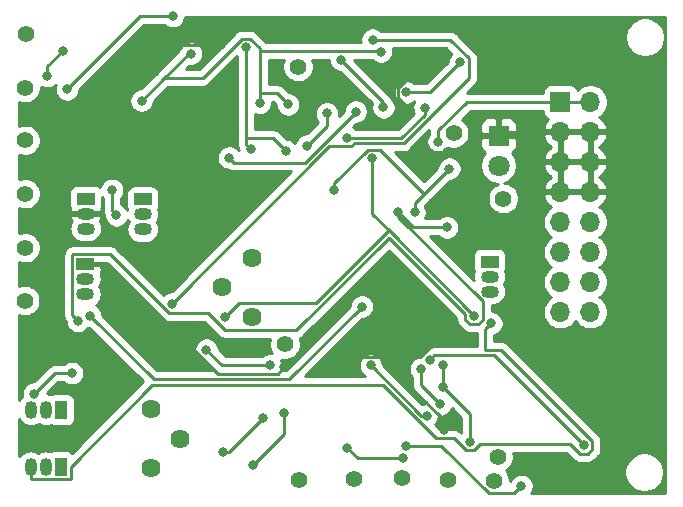
<source format=gbr>
%TF.GenerationSoftware,KiCad,Pcbnew,(5.1.10)-1*%
%TF.CreationDate,2021-07-01T15:47:13-04:00*%
%TF.ProjectId,LFO,4c464f2e-6b69-4636-9164-5f7063625858,rev?*%
%TF.SameCoordinates,Original*%
%TF.FileFunction,Copper,L2,Bot*%
%TF.FilePolarity,Positive*%
%FSLAX46Y46*%
G04 Gerber Fmt 4.6, Leading zero omitted, Abs format (unit mm)*
G04 Created by KiCad (PCBNEW (5.1.10)-1) date 2021-07-01 15:47:13*
%MOMM*%
%LPD*%
G01*
G04 APERTURE LIST*
%TA.AperFunction,ComponentPad*%
%ADD10O,1.700000X1.700000*%
%TD*%
%TA.AperFunction,ComponentPad*%
%ADD11R,1.700000X1.700000*%
%TD*%
%TA.AperFunction,ComponentPad*%
%ADD12C,1.620000*%
%TD*%
%TA.AperFunction,ComponentPad*%
%ADD13R,1.500000X1.050000*%
%TD*%
%TA.AperFunction,ComponentPad*%
%ADD14O,1.500000X1.050000*%
%TD*%
%TA.AperFunction,ComponentPad*%
%ADD15R,1.050000X1.500000*%
%TD*%
%TA.AperFunction,ComponentPad*%
%ADD16O,1.050000X1.500000*%
%TD*%
%TA.AperFunction,ComponentPad*%
%ADD17C,1.800000*%
%TD*%
%TA.AperFunction,ComponentPad*%
%ADD18R,1.800000X1.800000*%
%TD*%
%TA.AperFunction,ComponentPad*%
%ADD19C,1.400000*%
%TD*%
%TA.AperFunction,ViaPad*%
%ADD20C,0.800000*%
%TD*%
%TA.AperFunction,Conductor*%
%ADD21C,0.250000*%
%TD*%
%TA.AperFunction,Conductor*%
%ADD22C,0.254000*%
%TD*%
%TA.AperFunction,Conductor*%
%ADD23C,0.100000*%
%TD*%
G04 APERTURE END LIST*
D10*
%TO.P,REF\u002A\u002A,16*%
%TO.N,N/C*%
X144018000Y-92964000D03*
%TO.P,REF\u002A\u002A,15*%
X141478000Y-92964000D03*
%TO.P,REF\u002A\u002A,14*%
X144018000Y-90424000D03*
%TO.P,REF\u002A\u002A,13*%
X141478000Y-90424000D03*
%TO.P,REF\u002A\u002A,12*%
X144018000Y-87884000D03*
%TO.P,REF\u002A\u002A,11*%
X141478000Y-87884000D03*
%TO.P,REF\u002A\u002A,10*%
%TO.N,+12V*%
X144018000Y-85344000D03*
%TO.P,REF\u002A\u002A,9*%
X141478000Y-85344000D03*
%TO.P,REF\u002A\u002A,8*%
%TO.N,GNDREF*%
X144018000Y-82804000D03*
%TO.P,REF\u002A\u002A,7*%
X141478000Y-82804000D03*
%TO.P,REF\u002A\u002A,6*%
X144018000Y-80264000D03*
%TO.P,REF\u002A\u002A,5*%
X141478000Y-80264000D03*
%TO.P,REF\u002A\u002A,4*%
X144018000Y-77724000D03*
%TO.P,REF\u002A\u002A,3*%
X141478000Y-77724000D03*
%TO.P,REF\u002A\u002A,2*%
%TO.N,-12V*%
X144018000Y-75184000D03*
D11*
%TO.P,REF\u002A\u002A,1*%
X141478000Y-75184000D03*
%TD*%
D12*
%TO.P,R46,1*%
%TO.N,Net-(R40-Pad1)*%
X106781600Y-101193600D03*
%TO.P,R46,2*%
%TO.N,Net-(R45-Pad1)*%
X109281600Y-103693600D03*
%TO.P,R46,3*%
X106781600Y-106193600D03*
%TD*%
%TO.P,R25,1*%
%TO.N,Net-(R25-Pad1)*%
X115366800Y-93370400D03*
%TO.P,R25,2*%
%TO.N,Net-(R25-Pad2)*%
X112866800Y-90870400D03*
%TO.P,R25,3*%
%TO.N,Net-(R25-Pad3)*%
X115366800Y-88370400D03*
%TD*%
D13*
%TO.P,Q6,1*%
%TO.N,/LEDA*%
X135483600Y-88696800D03*
D14*
%TO.P,Q6,3*%
%TO.N,Net-(Q6-Pad3)*%
X135483600Y-91236800D03*
%TO.P,Q6,2*%
%TO.N,Net-(Q6-Pad2)*%
X135483600Y-89966800D03*
%TD*%
D15*
%TO.P,Q5,1*%
%TO.N,Net-(Q5-Pad1)*%
X99161600Y-106070400D03*
D16*
%TO.P,Q5,3*%
%TO.N,Net-(C11-Pad1)*%
X96621600Y-106070400D03*
%TO.P,Q5,2*%
%TO.N,Net-(Q5-Pad2)*%
X97891600Y-106070400D03*
%TD*%
D15*
%TO.P,Q4,1*%
%TO.N,Net-(Q4-Pad1)*%
X99212400Y-101244400D03*
D16*
%TO.P,Q4,3*%
%TO.N,Net-(Q4-Pad3)*%
X96672400Y-101244400D03*
%TO.P,Q4,2*%
%TO.N,Net-(Q4-Pad2)*%
X97942400Y-101244400D03*
%TD*%
D13*
%TO.P,Q3,1*%
%TO.N,GNDREF*%
X101244400Y-88900000D03*
D14*
%TO.P,Q3,3*%
%TO.N,Net-(Q3-Pad3)*%
X101244400Y-91440000D03*
%TO.P,Q3,2*%
%TO.N,Net-(Q2-Pad3)*%
X101244400Y-90170000D03*
%TD*%
D13*
%TO.P,Q2,1*%
%TO.N,Net-(Q1-Pad1)*%
X101295200Y-83362800D03*
D14*
%TO.P,Q2,3*%
%TO.N,Net-(Q2-Pad3)*%
X101295200Y-85902800D03*
%TO.P,Q2,2*%
%TO.N,GNDREF*%
X101295200Y-84632800D03*
%TD*%
D13*
%TO.P,Q1,1*%
%TO.N,Net-(Q1-Pad1)*%
X106121200Y-83413600D03*
D14*
%TO.P,Q1,3*%
%TO.N,Net-(C1-Pad2)*%
X106121200Y-85953600D03*
%TO.P,Q1,2*%
X106121200Y-84683600D03*
%TD*%
D17*
%TO.P,LED1,2*%
%TO.N,/LEDA*%
X136245600Y-80568800D03*
D18*
%TO.P,LED1,1*%
%TO.N,GNDREF*%
X136245600Y-78028800D03*
%TD*%
D19*
%TO.P,LEDA,1*%
%TO.N,/LEDA*%
X136652000Y-83362800D03*
%TD*%
%TO.P,PW90,1*%
%TO.N,/PW90*%
X128066800Y-106984800D03*
%TD*%
%TO.P,PWC,1*%
%TO.N,/PWC*%
X131927600Y-107188000D03*
%TD*%
%TO.P,PW10,1*%
%TO.N,/PW10*%
X135890000Y-107289600D03*
%TD*%
%TO.P,PWXV,1*%
%TO.N,/PWXV*%
X124002800Y-107086400D03*
%TD*%
%TO.P,SAW,1*%
%TO.N,/SAW*%
X118160800Y-95707200D03*
%TD*%
%TO.P,SQR,1*%
%TO.N,/SQR*%
X136194800Y-105206800D03*
%TD*%
%TO.P,SIN,1*%
%TO.N,/SIN*%
X119278400Y-72186800D03*
%TD*%
%TO.P,RMP,1*%
%TO.N,/RMP*%
X119329200Y-107188000D03*
%TD*%
%TO.P,TRI,1*%
%TO.N,/TRI*%
X132435600Y-77825600D03*
%TD*%
%TO.P,CV3,1*%
%TO.N,/CV3*%
X96164400Y-82956400D03*
%TD*%
%TO.P,CV1,1*%
%TO.N,/CV1*%
X96164400Y-87528400D03*
%TD*%
%TO.P,CV2,1*%
%TO.N,/CV2*%
X96113600Y-91998800D03*
%TD*%
%TO.P,FFV,1*%
%TO.N,/FFV*%
X96164400Y-73964800D03*
%TD*%
%TO.P,CFL,1*%
%TO.N,/CFL*%
X96215200Y-69392800D03*
%TD*%
%TO.P,CFV,1*%
%TO.N,/CFV*%
X96164400Y-78435200D03*
%TD*%
D20*
%TO.N,Net-(C1-Pad2)*%
X103530400Y-82637800D03*
X103886000Y-84785200D03*
%TO.N,GNDREF*%
X106172000Y-72999600D03*
X101101990Y-74482790D03*
X112776000Y-70358000D03*
X118110000Y-97637600D03*
X109728000Y-94284800D03*
X131599601Y-102920800D03*
X121869200Y-97485200D03*
X131881590Y-79451200D03*
X130403600Y-79502000D03*
X131622800Y-71272400D03*
X128778000Y-75895200D03*
X131927600Y-94437200D03*
X127812800Y-89255600D03*
%TO.N,+12V*%
X106019600Y-75082400D03*
X110215200Y-71090000D03*
X116021773Y-75280173D03*
X126288800Y-70916800D03*
X118434561Y-75391976D03*
X131572000Y-97434400D03*
X131521200Y-99286990D03*
X133858000Y-103936800D03*
X134164951Y-93267847D03*
X125544486Y-79943527D03*
X113080800Y-93421200D03*
%TO.N,-12V*%
X99720400Y-74117200D03*
X108661200Y-67919600D03*
X138176000Y-107696000D03*
X128422400Y-104292400D03*
X129987647Y-75701553D03*
X123444000Y-78232000D03*
X130403600Y-97028000D03*
X143459200Y-104241600D03*
X131156590Y-78550190D03*
%TO.N,Net-(C10-Pad1)*%
X101650800Y-93268800D03*
X124681200Y-92506800D03*
%TO.N,Net-(C11-Pad1)*%
X128422400Y-74371200D03*
X132994400Y-71831200D03*
X122885200Y-71596427D03*
X126490390Y-75641200D03*
X135636000Y-93929200D03*
%TO.N,Net-(C12-Pad2)*%
X125425200Y-97485200D03*
X130149600Y-101752400D03*
%TO.N,Net-(Q4-Pad3)*%
X125577600Y-69900800D03*
X108610400Y-92252800D03*
X100126800Y-98145600D03*
X96926400Y-99872800D03*
%TO.N,Net-(R12-Pad1)*%
X99364800Y-70852200D03*
X98044000Y-72999600D03*
%TO.N,Net-(R19-Pad1)*%
X113436400Y-79908400D03*
X124155200Y-75996800D03*
%TO.N,Net-(R20-Pad1)*%
X120040400Y-78892400D03*
X121716800Y-76149200D03*
%TO.N,Net-(R23-Pad1)*%
X114858800Y-70561200D03*
X115265200Y-79197200D03*
X118262400Y-79349600D03*
%TO.N,Net-(R31-Pad1)*%
X129692400Y-97790000D03*
X131318000Y-100787200D03*
%TO.N,Net-(R33-Pad2)*%
X116281200Y-101955600D03*
X112928400Y-104851200D03*
%TO.N,Net-(R34-Pad2)*%
X123393200Y-104444800D03*
X128168400Y-105359200D03*
%TO.N,Net-(R48-Pad1)*%
X132080000Y-80822800D03*
X129133600Y-84531200D03*
X122326400Y-82600800D03*
%TO.N,Net-(R49-Pad2)*%
X131876800Y-85801200D03*
X127711200Y-84480400D03*
X100634800Y-93726000D03*
%TO.N,Net-(R52-Pad1)*%
X111506000Y-96164400D03*
X116890800Y-97485200D03*
%TO.N,Net-(R55-Pad1)*%
X115490541Y-105940141D03*
X118110000Y-101549200D03*
%TD*%
D21*
%TO.N,Net-(C1-Pad2)*%
X103530400Y-84429600D02*
X103886000Y-84785200D01*
X103530400Y-82637800D02*
X103530400Y-84429600D01*
%TO.N,GNDREF*%
X102585180Y-72999600D02*
X101101990Y-74482790D01*
X112769001Y-70364999D02*
X112776000Y-70358000D01*
X106673001Y-70364999D02*
X112769001Y-70364999D01*
X104038400Y-72999600D02*
X106673001Y-70364999D01*
X106172000Y-72999600D02*
X104038400Y-72999600D01*
X104038400Y-72999600D02*
X102585180Y-72999600D01*
X112478799Y-98210201D02*
X109728000Y-95459402D01*
X109728000Y-95459402D02*
X109728000Y-94284800D01*
X117537399Y-98210201D02*
X112478799Y-98210201D01*
X118110000Y-97637600D02*
X117537399Y-98210201D01*
X103168598Y-88900000D02*
X101244400Y-88900000D01*
X109728000Y-95459402D02*
X103168598Y-88900000D01*
X122594201Y-96760199D02*
X121869200Y-97485200D01*
X126230401Y-96760199D02*
X122594201Y-96760199D01*
X131599601Y-102129399D02*
X126230401Y-96760199D01*
X131599601Y-102920800D02*
X131599601Y-102129399D01*
X130454400Y-79451200D02*
X130403600Y-79502000D01*
X131881590Y-79451200D02*
X130454400Y-79451200D01*
X127697399Y-74814599D02*
X128778000Y-75895200D01*
X127697399Y-74023199D02*
X127697399Y-74814599D01*
X130448198Y-71272400D02*
X127697399Y-74023199D01*
X131622800Y-71272400D02*
X130448198Y-71272400D01*
X129604601Y-96760199D02*
X126230401Y-96760199D01*
X131419600Y-92862400D02*
X131419600Y-94945200D01*
X127812800Y-89255600D02*
X131419600Y-92862400D01*
X131419600Y-94945200D02*
X129604601Y-96760199D01*
X131927600Y-94437200D02*
X131419600Y-94945200D01*
X136550400Y-77724000D02*
X136245600Y-78028800D01*
X141478000Y-77724000D02*
X136550400Y-77724000D01*
%TO.N,+12V*%
X110012000Y-71090000D02*
X110215200Y-71090000D01*
X115206801Y-69836199D02*
X116021773Y-70651171D01*
X114510799Y-69836199D02*
X115206801Y-69836199D01*
X107950000Y-73152000D02*
X111194998Y-73152000D01*
X106019600Y-75082400D02*
X107950000Y-73152000D01*
X111194998Y-73152000D02*
X114510799Y-69836199D01*
X107950000Y-73152000D02*
X110012000Y-71090000D01*
X126243427Y-70871427D02*
X126288800Y-70916800D01*
X116021773Y-70871427D02*
X126243427Y-70871427D01*
X116021773Y-70651171D02*
X116021773Y-70871427D01*
X117459158Y-74416573D02*
X118434561Y-75391976D01*
X116021773Y-74416573D02*
X117459158Y-74416573D01*
X116021773Y-70871427D02*
X116021773Y-74416573D01*
X116021773Y-74416573D02*
X116021773Y-75280173D01*
X131572000Y-99236190D02*
X131521200Y-99286990D01*
X131572000Y-97434400D02*
X131572000Y-99236190D01*
X133858000Y-101623790D02*
X133858000Y-103936800D01*
X131521200Y-99286990D02*
X133858000Y-101623790D01*
X125544486Y-84647382D02*
X125544486Y-79943527D01*
X120769001Y-92235399D02*
X126950752Y-86053648D01*
X114266601Y-92235399D02*
X120769001Y-92235399D01*
X113080800Y-93421200D02*
X114266601Y-92235399D01*
X126950752Y-86053648D02*
X125544486Y-84647382D01*
X134164951Y-93267847D02*
X126950752Y-86053648D01*
%TO.N,-12V*%
X105918000Y-67919600D02*
X108661200Y-67919600D01*
X99720400Y-74117200D02*
X105918000Y-67919600D01*
X131375798Y-104292400D02*
X128422400Y-104292400D01*
X135397999Y-108314601D02*
X131375798Y-104292400D01*
X137557399Y-108314601D02*
X135397999Y-108314601D01*
X138176000Y-107696000D02*
X137557399Y-108314601D01*
X128022885Y-78232000D02*
X123444000Y-78232000D01*
X129987647Y-76267238D02*
X128022885Y-78232000D01*
X129987647Y-75701553D02*
X129987647Y-76267238D01*
X135845601Y-96628001D02*
X143459200Y-104241600D01*
X130803599Y-96628001D02*
X135845601Y-96628001D01*
X130403600Y-97028000D02*
X130803599Y-96628001D01*
X131156590Y-77587608D02*
X133560198Y-75184000D01*
X133560198Y-75184000D02*
X141478000Y-75184000D01*
X131156590Y-78550190D02*
X131156590Y-77587608D01*
X141478000Y-75184000D02*
X144018000Y-75184000D01*
%TO.N,Net-(C10-Pad1)*%
X118527789Y-98660211D02*
X124681200Y-92506800D01*
X107042211Y-98660211D02*
X118527789Y-98660211D01*
X101650800Y-93268800D02*
X107042211Y-98660211D01*
%TO.N,Net-(C11-Pad1)*%
X130454400Y-74371200D02*
X132994400Y-71831200D01*
X128422400Y-74371200D02*
X130454400Y-74371200D01*
X126490390Y-75201617D02*
X126490390Y-75641200D01*
X122885200Y-71596427D02*
X126490390Y-75201617D01*
X136468593Y-96177991D02*
X135141591Y-96177991D01*
X144184201Y-104589601D02*
X144184201Y-103893599D01*
X143807201Y-104966601D02*
X144184201Y-104589601D01*
X142297607Y-104153009D02*
X143111199Y-104966601D01*
X96621600Y-106070400D02*
X96621600Y-107070400D01*
X96621600Y-107070400D02*
X96696601Y-107145401D01*
X96696601Y-107145401D02*
X99946601Y-107145401D01*
X143111199Y-104966601D02*
X143807201Y-104966601D01*
X99946601Y-107145401D02*
X100011601Y-107080401D01*
X100011601Y-107080401D02*
X100011601Y-106070400D01*
X100011601Y-106070400D02*
X106908000Y-99174001D01*
X106908000Y-99174001D02*
X126477591Y-99174001D01*
X134714793Y-104153009D02*
X142297607Y-104153009D01*
X126477591Y-99174001D02*
X130949391Y-103645801D01*
X130949391Y-103645801D02*
X132493999Y-103645801D01*
X132493999Y-103645801D02*
X133509999Y-104661801D01*
X144184201Y-103893599D02*
X136468593Y-96177991D01*
X134206001Y-104661801D02*
X134714793Y-104153009D01*
X133509999Y-104661801D02*
X134206001Y-104661801D01*
X135141591Y-94423609D02*
X135636000Y-93929200D01*
X135141591Y-96177991D02*
X135141591Y-94423609D01*
%TO.N,Net-(C12-Pad2)*%
X129692400Y-101752400D02*
X130149600Y-101752400D01*
X125425200Y-97485200D02*
X129692400Y-101752400D01*
%TO.N,Net-(Q4-Pad3)*%
X121906199Y-78957001D02*
X108610400Y-92252800D01*
X123792001Y-78957001D02*
X121906199Y-78957001D01*
X124066992Y-78682010D02*
X123792001Y-78957001D01*
X128209285Y-78682010D02*
X124066992Y-78682010D01*
X133719401Y-73171894D02*
X128209285Y-78682010D01*
X133719401Y-71483199D02*
X133719401Y-73171894D01*
X132137002Y-69900800D02*
X133719401Y-71483199D01*
X125577600Y-69900800D02*
X132137002Y-69900800D01*
X98653600Y-98145600D02*
X96926400Y-99872800D01*
X100126800Y-98145600D02*
X98653600Y-98145600D01*
%TO.N,Net-(R12-Pad1)*%
X98044000Y-72173000D02*
X98044000Y-72999600D01*
X99364800Y-70852200D02*
X98044000Y-72173000D01*
%TO.N,Net-(R19-Pad1)*%
X113436400Y-79908400D02*
X113842800Y-80314800D01*
X119837200Y-80314800D02*
X124155200Y-75996800D01*
X113842800Y-80314800D02*
X119837200Y-80314800D01*
%TO.N,Net-(R20-Pad1)*%
X121716800Y-77216000D02*
X121716800Y-76149200D01*
X120040400Y-78892400D02*
X121716800Y-77216000D01*
%TO.N,Net-(R23-Pad1)*%
X114858800Y-78790800D02*
X115265200Y-79197200D01*
X117144800Y-78232000D02*
X118262400Y-79349600D01*
X114858800Y-78232000D02*
X117144800Y-78232000D01*
X114858800Y-70561200D02*
X114858800Y-78232000D01*
X114858800Y-78232000D02*
X114858800Y-78790800D01*
%TO.N,Net-(R31-Pad1)*%
X129692400Y-99161600D02*
X131318000Y-100787200D01*
X129692400Y-97790000D02*
X129692400Y-99161600D01*
%TO.N,Net-(R33-Pad2)*%
X113385600Y-104851200D02*
X112928400Y-104851200D01*
X116281200Y-101955600D02*
X113385600Y-104851200D01*
%TO.N,Net-(R34-Pad2)*%
X124307600Y-105359200D02*
X128168400Y-105359200D01*
X123393200Y-104444800D02*
X124307600Y-105359200D01*
%TO.N,Net-(R48-Pad1)*%
X129133600Y-83769200D02*
X129133600Y-84531200D01*
X122326400Y-82088611D02*
X122326400Y-82600800D01*
X125196485Y-79218526D02*
X122326400Y-82088611D01*
X126208526Y-79218526D02*
X125196485Y-79218526D01*
X132080000Y-80822800D02*
X129946400Y-82956400D01*
X129946400Y-82956400D02*
X126208526Y-79218526D01*
X129946400Y-82956400D02*
X129133600Y-83769200D01*
%TO.N,Net-(R49-Pad2)*%
X129032000Y-85801200D02*
X127711200Y-84480400D01*
X131876800Y-85801200D02*
X129032000Y-85801200D01*
X133816950Y-93992848D02*
X134512952Y-93992848D01*
X133439950Y-93615848D02*
X133816950Y-93992848D01*
X134889952Y-93615848D02*
X134889952Y-92070247D01*
X126950752Y-86690058D02*
X133439950Y-93179256D01*
X133439950Y-93179256D02*
X133439950Y-93615848D01*
X119135409Y-94505401D02*
X126950752Y-86690058D01*
X113091999Y-94505401D02*
X119135409Y-94505401D01*
X127711200Y-84891495D02*
X127711200Y-84480400D01*
X111659797Y-93073199D02*
X113091999Y-94505401D01*
X134889952Y-92070247D02*
X127711200Y-84891495D01*
X108357797Y-93073199D02*
X111659797Y-93073199D01*
X103334597Y-88049999D02*
X108357797Y-93073199D01*
X134512952Y-93992848D02*
X134889952Y-93615848D01*
X100234399Y-88049999D02*
X103334597Y-88049999D01*
X100169399Y-88114999D02*
X100234399Y-88049999D01*
X100169399Y-93260599D02*
X100169399Y-88114999D01*
X100634800Y-93726000D02*
X100169399Y-93260599D01*
%TO.N,Net-(R52-Pad1)*%
X112826800Y-97485200D02*
X116890800Y-97485200D01*
X111506000Y-96164400D02*
X112826800Y-97485200D01*
%TO.N,Net-(R55-Pad1)*%
X118110000Y-103320682D02*
X118110000Y-101549200D01*
X115490541Y-105940141D02*
X118110000Y-103320682D01*
%TD*%
D22*
%TO.N,GNDREF*%
X150360001Y-67992632D02*
X150360000Y-108329717D01*
X139000599Y-108324851D01*
X139093205Y-108186256D01*
X139171226Y-107997898D01*
X139211000Y-107797939D01*
X139211000Y-107594061D01*
X139171226Y-107394102D01*
X139093205Y-107205744D01*
X138979937Y-107036226D01*
X138835774Y-106892063D01*
X138666256Y-106778795D01*
X138477898Y-106700774D01*
X138277939Y-106661000D01*
X138074061Y-106661000D01*
X137874102Y-106700774D01*
X137685744Y-106778795D01*
X137516226Y-106892063D01*
X137372063Y-107036226D01*
X137258795Y-107205744D01*
X137225000Y-107287332D01*
X137225000Y-107158114D01*
X137173696Y-106900195D01*
X137073061Y-106657241D01*
X136926962Y-106438587D01*
X136862417Y-106374042D01*
X146895000Y-106374042D01*
X146895000Y-106705958D01*
X146959754Y-107031496D01*
X147086772Y-107338147D01*
X147271175Y-107614125D01*
X147505875Y-107848825D01*
X147781853Y-108033228D01*
X148088504Y-108160246D01*
X148414042Y-108225000D01*
X148745958Y-108225000D01*
X149071496Y-108160246D01*
X149378147Y-108033228D01*
X149654125Y-107848825D01*
X149888825Y-107614125D01*
X150073228Y-107338147D01*
X150200246Y-107031496D01*
X150265000Y-106705958D01*
X150265000Y-106374042D01*
X150200246Y-106048504D01*
X150073228Y-105741853D01*
X149888825Y-105465875D01*
X149654125Y-105231175D01*
X149378147Y-105046772D01*
X149071496Y-104919754D01*
X148745958Y-104855000D01*
X148414042Y-104855000D01*
X148088504Y-104919754D01*
X147781853Y-105046772D01*
X147505875Y-105231175D01*
X147271175Y-105465875D01*
X147086772Y-105741853D01*
X146959754Y-106048504D01*
X146895000Y-106374042D01*
X136862417Y-106374042D01*
X136857778Y-106369403D01*
X137045813Y-106243762D01*
X137231762Y-106057813D01*
X137377861Y-105839159D01*
X137478496Y-105596205D01*
X137529800Y-105338286D01*
X137529800Y-105075314D01*
X137497515Y-104913009D01*
X141982806Y-104913009D01*
X142547400Y-105477603D01*
X142571198Y-105506602D01*
X142686923Y-105601575D01*
X142818952Y-105672147D01*
X142962213Y-105715604D01*
X143073866Y-105726601D01*
X143073876Y-105726601D01*
X143111199Y-105730277D01*
X143148522Y-105726601D01*
X143769879Y-105726601D01*
X143807201Y-105730277D01*
X143844523Y-105726601D01*
X143844534Y-105726601D01*
X143956187Y-105715604D01*
X144099448Y-105672147D01*
X144231477Y-105601575D01*
X144347202Y-105506602D01*
X144371005Y-105477598D01*
X144695199Y-105153404D01*
X144724202Y-105129602D01*
X144819175Y-105013877D01*
X144889747Y-104881848D01*
X144933204Y-104738587D01*
X144944201Y-104626934D01*
X144944201Y-104626933D01*
X144947878Y-104589601D01*
X144944201Y-104552268D01*
X144944201Y-103930921D01*
X144947877Y-103893598D01*
X144944201Y-103856275D01*
X144944201Y-103856266D01*
X144933204Y-103744613D01*
X144889747Y-103601352D01*
X144819175Y-103469323D01*
X144756546Y-103393009D01*
X144748000Y-103382595D01*
X144747996Y-103382591D01*
X144724202Y-103353598D01*
X144695209Y-103329804D01*
X137032397Y-95666994D01*
X137008594Y-95637990D01*
X136892869Y-95543017D01*
X136760840Y-95472445D01*
X136617579Y-95428988D01*
X136505926Y-95417991D01*
X136505915Y-95417991D01*
X136468593Y-95414315D01*
X136431271Y-95417991D01*
X135901591Y-95417991D01*
X135901591Y-94931648D01*
X135937898Y-94924426D01*
X136126256Y-94846405D01*
X136295774Y-94733137D01*
X136439937Y-94588974D01*
X136553205Y-94419456D01*
X136631226Y-94231098D01*
X136671000Y-94031139D01*
X136671000Y-93827261D01*
X136631226Y-93627302D01*
X136553205Y-93438944D01*
X136439937Y-93269426D01*
X136295774Y-93125263D01*
X136126256Y-93011995D01*
X135937898Y-92933974D01*
X135737939Y-92894200D01*
X135649952Y-92894200D01*
X135649952Y-92396800D01*
X135765579Y-92396800D01*
X135936000Y-92380015D01*
X136154660Y-92313685D01*
X136356179Y-92205971D01*
X136532812Y-92061012D01*
X136677771Y-91884379D01*
X136785485Y-91682860D01*
X136851815Y-91464200D01*
X136874212Y-91236800D01*
X136851815Y-91009400D01*
X136785485Y-90790740D01*
X136684495Y-90601800D01*
X136785485Y-90412860D01*
X136851815Y-90194200D01*
X136874212Y-89966800D01*
X136851815Y-89739400D01*
X136788507Y-89530702D01*
X136823102Y-89465980D01*
X136859412Y-89346282D01*
X136871672Y-89221800D01*
X136871672Y-88171800D01*
X136859412Y-88047318D01*
X136823102Y-87927620D01*
X136764137Y-87817306D01*
X136684785Y-87720615D01*
X136588094Y-87641263D01*
X136477780Y-87582298D01*
X136358082Y-87545988D01*
X136233600Y-87533728D01*
X134733600Y-87533728D01*
X134609118Y-87545988D01*
X134489420Y-87582298D01*
X134379106Y-87641263D01*
X134282415Y-87720615D01*
X134203063Y-87817306D01*
X134144098Y-87927620D01*
X134107788Y-88047318D01*
X134095528Y-88171800D01*
X134095528Y-89221800D01*
X134107788Y-89346282D01*
X134144098Y-89465980D01*
X134178693Y-89530702D01*
X134115385Y-89739400D01*
X134092988Y-89966800D01*
X134115385Y-90194200D01*
X134127001Y-90232494D01*
X130455707Y-86561200D01*
X131173089Y-86561200D01*
X131217026Y-86605137D01*
X131386544Y-86718405D01*
X131574902Y-86796426D01*
X131774861Y-86836200D01*
X131978739Y-86836200D01*
X132178698Y-86796426D01*
X132367056Y-86718405D01*
X132536574Y-86605137D01*
X132680737Y-86460974D01*
X132794005Y-86291456D01*
X132872026Y-86103098D01*
X132911800Y-85903139D01*
X132911800Y-85699261D01*
X132872026Y-85499302D01*
X132794005Y-85310944D01*
X132718365Y-85197740D01*
X139993000Y-85197740D01*
X139993000Y-85490260D01*
X140050068Y-85777158D01*
X140162010Y-86047411D01*
X140324525Y-86290632D01*
X140531368Y-86497475D01*
X140705760Y-86614000D01*
X140531368Y-86730525D01*
X140324525Y-86937368D01*
X140162010Y-87180589D01*
X140050068Y-87450842D01*
X139993000Y-87737740D01*
X139993000Y-88030260D01*
X140050068Y-88317158D01*
X140162010Y-88587411D01*
X140324525Y-88830632D01*
X140531368Y-89037475D01*
X140705760Y-89154000D01*
X140531368Y-89270525D01*
X140324525Y-89477368D01*
X140162010Y-89720589D01*
X140050068Y-89990842D01*
X139993000Y-90277740D01*
X139993000Y-90570260D01*
X140050068Y-90857158D01*
X140162010Y-91127411D01*
X140324525Y-91370632D01*
X140531368Y-91577475D01*
X140705760Y-91694000D01*
X140531368Y-91810525D01*
X140324525Y-92017368D01*
X140162010Y-92260589D01*
X140050068Y-92530842D01*
X139993000Y-92817740D01*
X139993000Y-93110260D01*
X140050068Y-93397158D01*
X140162010Y-93667411D01*
X140324525Y-93910632D01*
X140531368Y-94117475D01*
X140774589Y-94279990D01*
X141044842Y-94391932D01*
X141331740Y-94449000D01*
X141624260Y-94449000D01*
X141911158Y-94391932D01*
X142181411Y-94279990D01*
X142424632Y-94117475D01*
X142631475Y-93910632D01*
X142748000Y-93736240D01*
X142864525Y-93910632D01*
X143071368Y-94117475D01*
X143314589Y-94279990D01*
X143584842Y-94391932D01*
X143871740Y-94449000D01*
X144164260Y-94449000D01*
X144451158Y-94391932D01*
X144721411Y-94279990D01*
X144964632Y-94117475D01*
X145171475Y-93910632D01*
X145333990Y-93667411D01*
X145445932Y-93397158D01*
X145503000Y-93110260D01*
X145503000Y-92817740D01*
X145445932Y-92530842D01*
X145333990Y-92260589D01*
X145171475Y-92017368D01*
X144964632Y-91810525D01*
X144790240Y-91694000D01*
X144964632Y-91577475D01*
X145171475Y-91370632D01*
X145333990Y-91127411D01*
X145445932Y-90857158D01*
X145503000Y-90570260D01*
X145503000Y-90277740D01*
X145445932Y-89990842D01*
X145333990Y-89720589D01*
X145171475Y-89477368D01*
X144964632Y-89270525D01*
X144790240Y-89154000D01*
X144964632Y-89037475D01*
X145171475Y-88830632D01*
X145333990Y-88587411D01*
X145445932Y-88317158D01*
X145503000Y-88030260D01*
X145503000Y-87737740D01*
X145445932Y-87450842D01*
X145333990Y-87180589D01*
X145171475Y-86937368D01*
X144964632Y-86730525D01*
X144790240Y-86614000D01*
X144964632Y-86497475D01*
X145171475Y-86290632D01*
X145333990Y-86047411D01*
X145445932Y-85777158D01*
X145503000Y-85490260D01*
X145503000Y-85197740D01*
X145445932Y-84910842D01*
X145333990Y-84640589D01*
X145171475Y-84397368D01*
X144964632Y-84190525D01*
X144782466Y-84068805D01*
X144899355Y-83999178D01*
X145115588Y-83804269D01*
X145289641Y-83570920D01*
X145414825Y-83308099D01*
X145459476Y-83160890D01*
X145338155Y-82931000D01*
X144145000Y-82931000D01*
X144145000Y-82951000D01*
X143891000Y-82951000D01*
X143891000Y-82931000D01*
X141605000Y-82931000D01*
X141605000Y-82951000D01*
X141351000Y-82951000D01*
X141351000Y-82931000D01*
X140157845Y-82931000D01*
X140036524Y-83160890D01*
X140081175Y-83308099D01*
X140206359Y-83570920D01*
X140380412Y-83804269D01*
X140596645Y-83999178D01*
X140713534Y-84068805D01*
X140531368Y-84190525D01*
X140324525Y-84397368D01*
X140162010Y-84640589D01*
X140050068Y-84910842D01*
X139993000Y-85197740D01*
X132718365Y-85197740D01*
X132680737Y-85141426D01*
X132536574Y-84997263D01*
X132367056Y-84883995D01*
X132178698Y-84805974D01*
X131978739Y-84766200D01*
X131774861Y-84766200D01*
X131574902Y-84805974D01*
X131386544Y-84883995D01*
X131217026Y-84997263D01*
X131173089Y-85041200D01*
X130037613Y-85041200D01*
X130050805Y-85021456D01*
X130128826Y-84833098D01*
X130168600Y-84633139D01*
X130168600Y-84429261D01*
X130128826Y-84229302D01*
X130050805Y-84040944D01*
X130005084Y-83972517D01*
X130457402Y-83520199D01*
X130486401Y-83496401D01*
X130510204Y-83467397D01*
X132119802Y-81857800D01*
X132181939Y-81857800D01*
X132381898Y-81818026D01*
X132570256Y-81740005D01*
X132739774Y-81626737D01*
X132883937Y-81482574D01*
X132997205Y-81313056D01*
X133075226Y-81124698D01*
X133115000Y-80924739D01*
X133115000Y-80720861D01*
X133075226Y-80520902D01*
X132997205Y-80332544D01*
X132883937Y-80163026D01*
X132739774Y-80018863D01*
X132570256Y-79905595D01*
X132381898Y-79827574D01*
X132181939Y-79787800D01*
X131978061Y-79787800D01*
X131778102Y-79827574D01*
X131589744Y-79905595D01*
X131420226Y-80018863D01*
X131276063Y-80163026D01*
X131162795Y-80332544D01*
X131084774Y-80520902D01*
X131045000Y-80720861D01*
X131045000Y-80782998D01*
X129946400Y-81881598D01*
X127506811Y-79442010D01*
X128171963Y-79442010D01*
X128209285Y-79445686D01*
X128246607Y-79442010D01*
X128246618Y-79442010D01*
X128358271Y-79431013D01*
X128501532Y-79387556D01*
X128633561Y-79316984D01*
X128749286Y-79222011D01*
X128773089Y-79193007D01*
X130394490Y-77571606D01*
X130392914Y-77587608D01*
X130396591Y-77624940D01*
X130396591Y-77846478D01*
X130352653Y-77890416D01*
X130239385Y-78059934D01*
X130161364Y-78248292D01*
X130121590Y-78448251D01*
X130121590Y-78652129D01*
X130161364Y-78852088D01*
X130239385Y-79040446D01*
X130352653Y-79209964D01*
X130496816Y-79354127D01*
X130666334Y-79467395D01*
X130854692Y-79545416D01*
X131054651Y-79585190D01*
X131258529Y-79585190D01*
X131458488Y-79545416D01*
X131646846Y-79467395D01*
X131816364Y-79354127D01*
X131960527Y-79209964D01*
X132031781Y-79103325D01*
X132046195Y-79109296D01*
X132304114Y-79160600D01*
X132567086Y-79160600D01*
X132825005Y-79109296D01*
X133067959Y-79008661D01*
X133187480Y-78928800D01*
X134707528Y-78928800D01*
X134719788Y-79053282D01*
X134756098Y-79172980D01*
X134815063Y-79283294D01*
X134894415Y-79379985D01*
X134991106Y-79459337D01*
X135101420Y-79518302D01*
X135119727Y-79523856D01*
X135053288Y-79590295D01*
X134885301Y-79841705D01*
X134769589Y-80121057D01*
X134710600Y-80417616D01*
X134710600Y-80719984D01*
X134769589Y-81016543D01*
X134885301Y-81295895D01*
X135053288Y-81547305D01*
X135267095Y-81761112D01*
X135518505Y-81929099D01*
X135797857Y-82044811D01*
X136094416Y-82103800D01*
X136202974Y-82103800D01*
X136019641Y-82179739D01*
X135800987Y-82325838D01*
X135615038Y-82511787D01*
X135468939Y-82730441D01*
X135368304Y-82973395D01*
X135317000Y-83231314D01*
X135317000Y-83494286D01*
X135368304Y-83752205D01*
X135468939Y-83995159D01*
X135615038Y-84213813D01*
X135800987Y-84399762D01*
X136019641Y-84545861D01*
X136262595Y-84646496D01*
X136520514Y-84697800D01*
X136783486Y-84697800D01*
X137041405Y-84646496D01*
X137284359Y-84545861D01*
X137503013Y-84399762D01*
X137688962Y-84213813D01*
X137835061Y-83995159D01*
X137935696Y-83752205D01*
X137987000Y-83494286D01*
X137987000Y-83231314D01*
X137935696Y-82973395D01*
X137835061Y-82730441D01*
X137688962Y-82511787D01*
X137503013Y-82325838D01*
X137284359Y-82179739D01*
X137041405Y-82079104D01*
X136783486Y-82027800D01*
X136734411Y-82027800D01*
X136972695Y-81929099D01*
X137224105Y-81761112D01*
X137437912Y-81547305D01*
X137605899Y-81295895D01*
X137721611Y-81016543D01*
X137780600Y-80719984D01*
X137780600Y-80620890D01*
X140036524Y-80620890D01*
X140081175Y-80768099D01*
X140206359Y-81030920D01*
X140380412Y-81264269D01*
X140596645Y-81459178D01*
X140722255Y-81534000D01*
X140596645Y-81608822D01*
X140380412Y-81803731D01*
X140206359Y-82037080D01*
X140081175Y-82299901D01*
X140036524Y-82447110D01*
X140157845Y-82677000D01*
X141351000Y-82677000D01*
X141351000Y-80391000D01*
X141605000Y-80391000D01*
X141605000Y-82677000D01*
X143891000Y-82677000D01*
X143891000Y-80391000D01*
X144145000Y-80391000D01*
X144145000Y-82677000D01*
X145338155Y-82677000D01*
X145459476Y-82447110D01*
X145414825Y-82299901D01*
X145289641Y-82037080D01*
X145115588Y-81803731D01*
X144899355Y-81608822D01*
X144773745Y-81534000D01*
X144899355Y-81459178D01*
X145115588Y-81264269D01*
X145289641Y-81030920D01*
X145414825Y-80768099D01*
X145459476Y-80620890D01*
X145338155Y-80391000D01*
X144145000Y-80391000D01*
X143891000Y-80391000D01*
X141605000Y-80391000D01*
X141351000Y-80391000D01*
X140157845Y-80391000D01*
X140036524Y-80620890D01*
X137780600Y-80620890D01*
X137780600Y-80417616D01*
X137721611Y-80121057D01*
X137605899Y-79841705D01*
X137437912Y-79590295D01*
X137371473Y-79523856D01*
X137389780Y-79518302D01*
X137500094Y-79459337D01*
X137596785Y-79379985D01*
X137676137Y-79283294D01*
X137735102Y-79172980D01*
X137771412Y-79053282D01*
X137783672Y-78928800D01*
X137780600Y-78314550D01*
X137621850Y-78155800D01*
X136372600Y-78155800D01*
X136372600Y-78175800D01*
X136118600Y-78175800D01*
X136118600Y-78155800D01*
X134869350Y-78155800D01*
X134710600Y-78314550D01*
X134707528Y-78928800D01*
X133187480Y-78928800D01*
X133286613Y-78862562D01*
X133472562Y-78676613D01*
X133618661Y-78457959D01*
X133719296Y-78215005D01*
X133745973Y-78080890D01*
X140036524Y-78080890D01*
X140081175Y-78228099D01*
X140206359Y-78490920D01*
X140380412Y-78724269D01*
X140596645Y-78919178D01*
X140722255Y-78994000D01*
X140596645Y-79068822D01*
X140380412Y-79263731D01*
X140206359Y-79497080D01*
X140081175Y-79759901D01*
X140036524Y-79907110D01*
X140157845Y-80137000D01*
X141351000Y-80137000D01*
X141351000Y-77851000D01*
X141605000Y-77851000D01*
X141605000Y-80137000D01*
X143891000Y-80137000D01*
X143891000Y-77851000D01*
X144145000Y-77851000D01*
X144145000Y-80137000D01*
X145338155Y-80137000D01*
X145459476Y-79907110D01*
X145414825Y-79759901D01*
X145289641Y-79497080D01*
X145115588Y-79263731D01*
X144899355Y-79068822D01*
X144773745Y-78994000D01*
X144899355Y-78919178D01*
X145115588Y-78724269D01*
X145289641Y-78490920D01*
X145414825Y-78228099D01*
X145459476Y-78080890D01*
X145338155Y-77851000D01*
X144145000Y-77851000D01*
X143891000Y-77851000D01*
X141605000Y-77851000D01*
X141351000Y-77851000D01*
X140157845Y-77851000D01*
X140036524Y-78080890D01*
X133745973Y-78080890D01*
X133770600Y-77957086D01*
X133770600Y-77694114D01*
X133719296Y-77436195D01*
X133618661Y-77193241D01*
X133575604Y-77128800D01*
X134707528Y-77128800D01*
X134710600Y-77743050D01*
X134869350Y-77901800D01*
X136118600Y-77901800D01*
X136118600Y-76652550D01*
X136372600Y-76652550D01*
X136372600Y-77901800D01*
X137621850Y-77901800D01*
X137780600Y-77743050D01*
X137783672Y-77128800D01*
X137771412Y-77004318D01*
X137735102Y-76884620D01*
X137676137Y-76774306D01*
X137596785Y-76677615D01*
X137500094Y-76598263D01*
X137389780Y-76539298D01*
X137270082Y-76502988D01*
X137145600Y-76490728D01*
X136531350Y-76493800D01*
X136372600Y-76652550D01*
X136118600Y-76652550D01*
X135959850Y-76493800D01*
X135345600Y-76490728D01*
X135221118Y-76502988D01*
X135101420Y-76539298D01*
X134991106Y-76598263D01*
X134894415Y-76677615D01*
X134815063Y-76774306D01*
X134756098Y-76884620D01*
X134719788Y-77004318D01*
X134707528Y-77128800D01*
X133575604Y-77128800D01*
X133472562Y-76974587D01*
X133286613Y-76788638D01*
X133133001Y-76685998D01*
X133875000Y-75944000D01*
X139989928Y-75944000D01*
X139989928Y-76034000D01*
X140002188Y-76158482D01*
X140038498Y-76278180D01*
X140097463Y-76388494D01*
X140176815Y-76485185D01*
X140273506Y-76564537D01*
X140383820Y-76623502D01*
X140464466Y-76647966D01*
X140380412Y-76723731D01*
X140206359Y-76957080D01*
X140081175Y-77219901D01*
X140036524Y-77367110D01*
X140157845Y-77597000D01*
X141351000Y-77597000D01*
X141351000Y-77577000D01*
X141605000Y-77577000D01*
X141605000Y-77597000D01*
X143891000Y-77597000D01*
X143891000Y-77577000D01*
X144145000Y-77577000D01*
X144145000Y-77597000D01*
X145338155Y-77597000D01*
X145459476Y-77367110D01*
X145414825Y-77219901D01*
X145289641Y-76957080D01*
X145115588Y-76723731D01*
X144899355Y-76528822D01*
X144782466Y-76459195D01*
X144964632Y-76337475D01*
X145171475Y-76130632D01*
X145333990Y-75887411D01*
X145445932Y-75617158D01*
X145503000Y-75330260D01*
X145503000Y-75037740D01*
X145445932Y-74750842D01*
X145333990Y-74480589D01*
X145171475Y-74237368D01*
X144964632Y-74030525D01*
X144721411Y-73868010D01*
X144451158Y-73756068D01*
X144164260Y-73699000D01*
X143871740Y-73699000D01*
X143584842Y-73756068D01*
X143314589Y-73868010D01*
X143071368Y-74030525D01*
X142939513Y-74162380D01*
X142917502Y-74089820D01*
X142858537Y-73979506D01*
X142779185Y-73882815D01*
X142682494Y-73803463D01*
X142572180Y-73744498D01*
X142452482Y-73708188D01*
X142328000Y-73695928D01*
X140628000Y-73695928D01*
X140503518Y-73708188D01*
X140383820Y-73744498D01*
X140273506Y-73803463D01*
X140176815Y-73882815D01*
X140097463Y-73979506D01*
X140038498Y-74089820D01*
X140002188Y-74209518D01*
X139989928Y-74334000D01*
X139989928Y-74424000D01*
X133597520Y-74424000D01*
X133560197Y-74420324D01*
X133544197Y-74421900D01*
X134230404Y-73735693D01*
X134259402Y-73711895D01*
X134354375Y-73596170D01*
X134424947Y-73464141D01*
X134468404Y-73320880D01*
X134479401Y-73209227D01*
X134479401Y-73209219D01*
X134483077Y-73171894D01*
X134479401Y-73134569D01*
X134479401Y-71520521D01*
X134483077Y-71483198D01*
X134479401Y-71445875D01*
X134479401Y-71445866D01*
X134468404Y-71334213D01*
X134424947Y-71190952D01*
X134414510Y-71171426D01*
X134354375Y-71058922D01*
X134283200Y-70972196D01*
X134259402Y-70943198D01*
X134230405Y-70919401D01*
X132855046Y-69544042D01*
X146965000Y-69544042D01*
X146965000Y-69875958D01*
X147029754Y-70201496D01*
X147156772Y-70508147D01*
X147341175Y-70784125D01*
X147575875Y-71018825D01*
X147851853Y-71203228D01*
X148158504Y-71330246D01*
X148484042Y-71395000D01*
X148815958Y-71395000D01*
X149141496Y-71330246D01*
X149448147Y-71203228D01*
X149724125Y-71018825D01*
X149958825Y-70784125D01*
X150143228Y-70508147D01*
X150270246Y-70201496D01*
X150335000Y-69875958D01*
X150335000Y-69544042D01*
X150270246Y-69218504D01*
X150143228Y-68911853D01*
X149958825Y-68635875D01*
X149724125Y-68401175D01*
X149448147Y-68216772D01*
X149141496Y-68089754D01*
X148815958Y-68025000D01*
X148484042Y-68025000D01*
X148158504Y-68089754D01*
X147851853Y-68216772D01*
X147575875Y-68401175D01*
X147341175Y-68635875D01*
X147156772Y-68911853D01*
X147029754Y-69218504D01*
X146965000Y-69544042D01*
X132855046Y-69544042D01*
X132700806Y-69389803D01*
X132677003Y-69360799D01*
X132561278Y-69265826D01*
X132429249Y-69195254D01*
X132285988Y-69151797D01*
X132174335Y-69140800D01*
X132174324Y-69140800D01*
X132137002Y-69137124D01*
X132099680Y-69140800D01*
X126281311Y-69140800D01*
X126237374Y-69096863D01*
X126067856Y-68983595D01*
X125879498Y-68905574D01*
X125679539Y-68865800D01*
X125475661Y-68865800D01*
X125275702Y-68905574D01*
X125087344Y-68983595D01*
X124917826Y-69096863D01*
X124773663Y-69241026D01*
X124660395Y-69410544D01*
X124582374Y-69598902D01*
X124542600Y-69798861D01*
X124542600Y-70002739D01*
X124564219Y-70111427D01*
X116561985Y-70111427D01*
X116561774Y-70111170D01*
X116532782Y-70087377D01*
X115770604Y-69325201D01*
X115746802Y-69296198D01*
X115631077Y-69201225D01*
X115499048Y-69130653D01*
X115355787Y-69087196D01*
X115244134Y-69076199D01*
X115244123Y-69076199D01*
X115206801Y-69072523D01*
X115169479Y-69076199D01*
X114548124Y-69076199D01*
X114510799Y-69072523D01*
X114473474Y-69076199D01*
X114473466Y-69076199D01*
X114361813Y-69087196D01*
X114218552Y-69130653D01*
X114086523Y-69201225D01*
X113970798Y-69296198D01*
X113947000Y-69325196D01*
X110880197Y-72392000D01*
X109784802Y-72392000D01*
X110061998Y-72114803D01*
X110113261Y-72125000D01*
X110317139Y-72125000D01*
X110517098Y-72085226D01*
X110705456Y-72007205D01*
X110874974Y-71893937D01*
X111019137Y-71749774D01*
X111132405Y-71580256D01*
X111210426Y-71391898D01*
X111250200Y-71191939D01*
X111250200Y-70988061D01*
X111210426Y-70788102D01*
X111132405Y-70599744D01*
X111019137Y-70430226D01*
X110874974Y-70286063D01*
X110705456Y-70172795D01*
X110517098Y-70094774D01*
X110317139Y-70055000D01*
X110113261Y-70055000D01*
X109913302Y-70094774D01*
X109724944Y-70172795D01*
X109555426Y-70286063D01*
X109411263Y-70430226D01*
X109297995Y-70599744D01*
X109219974Y-70788102D01*
X109215226Y-70811972D01*
X107439003Y-72588196D01*
X107409999Y-72611999D01*
X107386201Y-72640997D01*
X105979799Y-74047400D01*
X105917661Y-74047400D01*
X105717702Y-74087174D01*
X105529344Y-74165195D01*
X105359826Y-74278463D01*
X105215663Y-74422626D01*
X105102395Y-74592144D01*
X105024374Y-74780502D01*
X104984600Y-74980461D01*
X104984600Y-75184339D01*
X105024374Y-75384298D01*
X105102395Y-75572656D01*
X105215663Y-75742174D01*
X105359826Y-75886337D01*
X105529344Y-75999605D01*
X105717702Y-76077626D01*
X105917661Y-76117400D01*
X106121539Y-76117400D01*
X106321498Y-76077626D01*
X106509856Y-75999605D01*
X106679374Y-75886337D01*
X106823537Y-75742174D01*
X106936805Y-75572656D01*
X107014826Y-75384298D01*
X107054600Y-75184339D01*
X107054600Y-75122201D01*
X108264802Y-73912000D01*
X111157676Y-73912000D01*
X111194998Y-73915676D01*
X111232320Y-73912000D01*
X111232331Y-73912000D01*
X111343984Y-73901003D01*
X111487245Y-73857546D01*
X111619274Y-73786974D01*
X111734999Y-73692001D01*
X111758802Y-73662997D01*
X114098800Y-71323000D01*
X114098801Y-78194657D01*
X114095123Y-78232000D01*
X114098800Y-78269333D01*
X114098800Y-78753478D01*
X114095124Y-78790800D01*
X114098800Y-78828122D01*
X114098800Y-78828133D01*
X114109797Y-78939786D01*
X114153254Y-79083047D01*
X114165516Y-79105986D01*
X114223826Y-79215076D01*
X114230200Y-79222843D01*
X114230200Y-79238489D01*
X114096174Y-79104463D01*
X113926656Y-78991195D01*
X113738298Y-78913174D01*
X113538339Y-78873400D01*
X113334461Y-78873400D01*
X113134502Y-78913174D01*
X112946144Y-78991195D01*
X112776626Y-79104463D01*
X112632463Y-79248626D01*
X112519195Y-79418144D01*
X112441174Y-79606502D01*
X112401400Y-79806461D01*
X112401400Y-80010339D01*
X112441174Y-80210298D01*
X112519195Y-80398656D01*
X112632463Y-80568174D01*
X112776626Y-80712337D01*
X112946144Y-80825605D01*
X113134502Y-80903626D01*
X113334461Y-80943400D01*
X113410757Y-80943400D01*
X113418524Y-80949774D01*
X113550553Y-81020346D01*
X113693814Y-81063803D01*
X113805467Y-81074800D01*
X113805476Y-81074800D01*
X113842799Y-81078476D01*
X113880122Y-81074800D01*
X118713598Y-81074800D01*
X108570599Y-91217800D01*
X108508461Y-91217800D01*
X108308502Y-91257574D01*
X108120144Y-91335595D01*
X107950626Y-91448863D01*
X107879444Y-91520045D01*
X103898401Y-87539002D01*
X103874598Y-87509998D01*
X103758873Y-87415025D01*
X103626844Y-87344453D01*
X103483583Y-87300996D01*
X103371930Y-87289999D01*
X103371919Y-87289999D01*
X103334597Y-87286323D01*
X103297275Y-87289999D01*
X100271722Y-87289999D01*
X100234399Y-87286323D01*
X100197077Y-87289999D01*
X100197066Y-87289999D01*
X100085413Y-87300996D01*
X99942152Y-87344453D01*
X99810123Y-87415025D01*
X99694398Y-87509998D01*
X99670595Y-87539002D01*
X99658397Y-87551200D01*
X99629399Y-87574998D01*
X99605601Y-87603996D01*
X99605600Y-87603997D01*
X99534425Y-87690723D01*
X99463853Y-87822753D01*
X99440114Y-87901013D01*
X99425586Y-87948909D01*
X99420397Y-87966014D01*
X99405723Y-88114999D01*
X99409400Y-88152331D01*
X99409399Y-93223276D01*
X99405723Y-93260599D01*
X99409399Y-93297921D01*
X99409399Y-93297931D01*
X99420396Y-93409584D01*
X99454842Y-93523139D01*
X99463853Y-93552845D01*
X99534425Y-93684875D01*
X99557873Y-93713446D01*
X99599800Y-93764534D01*
X99599800Y-93827939D01*
X99639574Y-94027898D01*
X99717595Y-94216256D01*
X99830863Y-94385774D01*
X99975026Y-94529937D01*
X100144544Y-94643205D01*
X100332902Y-94721226D01*
X100532861Y-94761000D01*
X100736739Y-94761000D01*
X100936698Y-94721226D01*
X101125056Y-94643205D01*
X101294574Y-94529937D01*
X101438737Y-94385774D01*
X101500004Y-94294082D01*
X101548861Y-94303800D01*
X101610999Y-94303800D01*
X106157199Y-98850000D01*
X100137875Y-104869325D01*
X100137785Y-104869215D01*
X100041094Y-104789863D01*
X99930780Y-104730898D01*
X99811082Y-104694588D01*
X99686600Y-104682328D01*
X98636600Y-104682328D01*
X98512118Y-104694588D01*
X98392420Y-104730898D01*
X98327698Y-104765493D01*
X98119000Y-104702185D01*
X97891600Y-104679788D01*
X97664201Y-104702185D01*
X97445541Y-104768515D01*
X97256601Y-104869506D01*
X97067660Y-104768515D01*
X96849000Y-104702185D01*
X96621600Y-104679788D01*
X96394201Y-104702185D01*
X96175541Y-104768515D01*
X95974022Y-104876229D01*
X95797389Y-105021188D01*
X95656000Y-105193471D01*
X95656000Y-102028619D01*
X95703229Y-102116978D01*
X95848188Y-102293612D01*
X96024821Y-102438571D01*
X96226340Y-102546285D01*
X96445000Y-102612615D01*
X96672400Y-102635012D01*
X96899799Y-102612615D01*
X97118459Y-102546285D01*
X97307399Y-102445294D01*
X97496340Y-102546285D01*
X97715000Y-102612615D01*
X97942400Y-102635012D01*
X98169799Y-102612615D01*
X98378498Y-102549307D01*
X98443220Y-102583902D01*
X98562918Y-102620212D01*
X98687400Y-102632472D01*
X99737400Y-102632472D01*
X99861882Y-102620212D01*
X99981580Y-102583902D01*
X100091894Y-102524937D01*
X100188585Y-102445585D01*
X100267937Y-102348894D01*
X100326902Y-102238580D01*
X100363212Y-102118882D01*
X100375472Y-101994400D01*
X100375472Y-100494400D01*
X100363212Y-100369918D01*
X100326902Y-100250220D01*
X100267937Y-100139906D01*
X100188585Y-100043215D01*
X100091894Y-99963863D01*
X99981580Y-99904898D01*
X99861882Y-99868588D01*
X99737400Y-99856328D01*
X98687400Y-99856328D01*
X98562918Y-99868588D01*
X98443220Y-99904898D01*
X98378498Y-99939493D01*
X98169800Y-99876185D01*
X98013237Y-99860765D01*
X98968402Y-98905600D01*
X99423089Y-98905600D01*
X99467026Y-98949537D01*
X99636544Y-99062805D01*
X99824902Y-99140826D01*
X100024861Y-99180600D01*
X100228739Y-99180600D01*
X100428698Y-99140826D01*
X100617056Y-99062805D01*
X100786574Y-98949537D01*
X100930737Y-98805374D01*
X101044005Y-98635856D01*
X101122026Y-98447498D01*
X101161800Y-98247539D01*
X101161800Y-98043661D01*
X101122026Y-97843702D01*
X101044005Y-97655344D01*
X100930737Y-97485826D01*
X100786574Y-97341663D01*
X100617056Y-97228395D01*
X100428698Y-97150374D01*
X100228739Y-97110600D01*
X100024861Y-97110600D01*
X99824902Y-97150374D01*
X99636544Y-97228395D01*
X99467026Y-97341663D01*
X99423089Y-97385600D01*
X98690925Y-97385600D01*
X98653600Y-97381924D01*
X98616275Y-97385600D01*
X98616267Y-97385600D01*
X98504614Y-97396597D01*
X98361353Y-97440054D01*
X98229324Y-97510626D01*
X98113599Y-97605599D01*
X98089801Y-97634597D01*
X96886599Y-98837800D01*
X96824461Y-98837800D01*
X96624502Y-98877574D01*
X96436144Y-98955595D01*
X96266626Y-99068863D01*
X96122463Y-99213026D01*
X96009195Y-99382544D01*
X95931174Y-99570902D01*
X95891400Y-99770861D01*
X95891400Y-99974739D01*
X95923032Y-100133766D01*
X95848189Y-100195188D01*
X95703230Y-100371821D01*
X95656000Y-100460181D01*
X95656000Y-93254249D01*
X95724195Y-93282496D01*
X95982114Y-93333800D01*
X96245086Y-93333800D01*
X96503005Y-93282496D01*
X96745959Y-93181861D01*
X96964613Y-93035762D01*
X97150562Y-92849813D01*
X97296661Y-92631159D01*
X97397296Y-92388205D01*
X97448600Y-92130286D01*
X97448600Y-91867314D01*
X97397296Y-91609395D01*
X97296661Y-91366441D01*
X97150562Y-91147787D01*
X96964613Y-90961838D01*
X96745959Y-90815739D01*
X96503005Y-90715104D01*
X96245086Y-90663800D01*
X95982114Y-90663800D01*
X95724195Y-90715104D01*
X95656000Y-90743351D01*
X95656000Y-88762807D01*
X95774995Y-88812096D01*
X96032914Y-88863400D01*
X96295886Y-88863400D01*
X96553805Y-88812096D01*
X96796759Y-88711461D01*
X97015413Y-88565362D01*
X97201362Y-88379413D01*
X97347461Y-88160759D01*
X97448096Y-87917805D01*
X97499400Y-87659886D01*
X97499400Y-87396914D01*
X97448096Y-87138995D01*
X97347461Y-86896041D01*
X97201362Y-86677387D01*
X97015413Y-86491438D01*
X96796759Y-86345339D01*
X96553805Y-86244704D01*
X96295886Y-86193400D01*
X96032914Y-86193400D01*
X95774995Y-86244704D01*
X95656000Y-86293993D01*
X95656000Y-85902800D01*
X99904588Y-85902800D01*
X99926985Y-86130200D01*
X99993315Y-86348860D01*
X100101029Y-86550379D01*
X100245988Y-86727012D01*
X100422621Y-86871971D01*
X100624140Y-86979685D01*
X100842800Y-87046015D01*
X101013221Y-87062800D01*
X101577179Y-87062800D01*
X101747600Y-87046015D01*
X101966260Y-86979685D01*
X102167779Y-86871971D01*
X102344412Y-86727012D01*
X102489371Y-86550379D01*
X102597085Y-86348860D01*
X102663415Y-86130200D01*
X102685812Y-85902800D01*
X102663415Y-85675400D01*
X102597085Y-85456740D01*
X102496271Y-85268131D01*
X102537475Y-85209682D01*
X102630472Y-85000137D01*
X102639164Y-84938610D01*
X102513363Y-84759800D01*
X101748309Y-84759800D01*
X101747600Y-84759585D01*
X101577179Y-84742800D01*
X101013221Y-84742800D01*
X100842800Y-84759585D01*
X100842091Y-84759800D01*
X100077037Y-84759800D01*
X99951236Y-84938610D01*
X99959928Y-85000137D01*
X100052925Y-85209682D01*
X100094129Y-85268131D01*
X99993315Y-85456740D01*
X99926985Y-85675400D01*
X99904588Y-85902800D01*
X95656000Y-85902800D01*
X95656000Y-84190807D01*
X95774995Y-84240096D01*
X96032914Y-84291400D01*
X96295886Y-84291400D01*
X96553805Y-84240096D01*
X96796759Y-84139461D01*
X97015413Y-83993362D01*
X97201362Y-83807413D01*
X97347461Y-83588759D01*
X97448096Y-83345805D01*
X97499400Y-83087886D01*
X97499400Y-82837800D01*
X99907128Y-82837800D01*
X99907128Y-83887800D01*
X99919388Y-84012282D01*
X99955698Y-84131980D01*
X99990376Y-84196857D01*
X99959928Y-84265463D01*
X99951236Y-84326990D01*
X100077037Y-84505800D01*
X100394965Y-84505800D01*
X100420718Y-84513612D01*
X100545200Y-84525872D01*
X102045200Y-84525872D01*
X102169682Y-84513612D01*
X102195435Y-84505800D01*
X102513363Y-84505800D01*
X102639164Y-84326990D01*
X102630472Y-84265463D01*
X102600024Y-84196857D01*
X102634702Y-84131980D01*
X102671012Y-84012282D01*
X102683272Y-83887800D01*
X102683272Y-83232934D01*
X102726463Y-83297574D01*
X102770400Y-83341511D01*
X102770401Y-84392268D01*
X102766724Y-84429600D01*
X102770401Y-84466933D01*
X102781398Y-84578586D01*
X102787666Y-84599249D01*
X102824854Y-84721846D01*
X102851000Y-84770761D01*
X102851000Y-84887139D01*
X102890774Y-85087098D01*
X102968795Y-85275456D01*
X103082063Y-85444974D01*
X103226226Y-85589137D01*
X103395744Y-85702405D01*
X103584102Y-85780426D01*
X103784061Y-85820200D01*
X103987939Y-85820200D01*
X104187898Y-85780426D01*
X104376256Y-85702405D01*
X104545774Y-85589137D01*
X104689937Y-85444974D01*
X104803205Y-85275456D01*
X104844263Y-85176334D01*
X104920305Y-85318600D01*
X104819315Y-85507540D01*
X104752985Y-85726200D01*
X104730588Y-85953600D01*
X104752985Y-86181000D01*
X104819315Y-86399660D01*
X104927029Y-86601179D01*
X105071988Y-86777812D01*
X105248621Y-86922771D01*
X105450140Y-87030485D01*
X105668800Y-87096815D01*
X105839221Y-87113600D01*
X106403179Y-87113600D01*
X106573600Y-87096815D01*
X106792260Y-87030485D01*
X106993779Y-86922771D01*
X107170412Y-86777812D01*
X107315371Y-86601179D01*
X107423085Y-86399660D01*
X107489415Y-86181000D01*
X107511812Y-85953600D01*
X107489415Y-85726200D01*
X107423085Y-85507540D01*
X107322095Y-85318600D01*
X107423085Y-85129660D01*
X107489415Y-84911000D01*
X107511812Y-84683600D01*
X107489415Y-84456200D01*
X107426107Y-84247502D01*
X107460702Y-84182780D01*
X107497012Y-84063082D01*
X107509272Y-83938600D01*
X107509272Y-82888600D01*
X107497012Y-82764118D01*
X107460702Y-82644420D01*
X107401737Y-82534106D01*
X107322385Y-82437415D01*
X107225694Y-82358063D01*
X107115380Y-82299098D01*
X106995682Y-82262788D01*
X106871200Y-82250528D01*
X105371200Y-82250528D01*
X105246718Y-82262788D01*
X105127020Y-82299098D01*
X105016706Y-82358063D01*
X104920015Y-82437415D01*
X104840663Y-82534106D01*
X104781698Y-82644420D01*
X104745388Y-82764118D01*
X104733128Y-82888600D01*
X104733128Y-83938600D01*
X104745388Y-84063082D01*
X104781698Y-84182780D01*
X104816293Y-84247502D01*
X104802309Y-84293602D01*
X104689937Y-84125426D01*
X104545774Y-83981263D01*
X104376256Y-83867995D01*
X104290400Y-83832432D01*
X104290400Y-83341511D01*
X104334337Y-83297574D01*
X104447605Y-83128056D01*
X104525626Y-82939698D01*
X104565400Y-82739739D01*
X104565400Y-82535861D01*
X104525626Y-82335902D01*
X104447605Y-82147544D01*
X104334337Y-81978026D01*
X104190174Y-81833863D01*
X104020656Y-81720595D01*
X103832298Y-81642574D01*
X103632339Y-81602800D01*
X103428461Y-81602800D01*
X103228502Y-81642574D01*
X103040144Y-81720595D01*
X102870626Y-81833863D01*
X102726463Y-81978026D01*
X102613195Y-82147544D01*
X102535174Y-82335902D01*
X102519487Y-82414765D01*
X102496385Y-82386615D01*
X102399694Y-82307263D01*
X102289380Y-82248298D01*
X102169682Y-82211988D01*
X102045200Y-82199728D01*
X100545200Y-82199728D01*
X100420718Y-82211988D01*
X100301020Y-82248298D01*
X100190706Y-82307263D01*
X100094015Y-82386615D01*
X100014663Y-82483306D01*
X99955698Y-82593620D01*
X99919388Y-82713318D01*
X99907128Y-82837800D01*
X97499400Y-82837800D01*
X97499400Y-82824914D01*
X97448096Y-82566995D01*
X97347461Y-82324041D01*
X97201362Y-82105387D01*
X97015413Y-81919438D01*
X96796759Y-81773339D01*
X96553805Y-81672704D01*
X96295886Y-81621400D01*
X96032914Y-81621400D01*
X95774995Y-81672704D01*
X95656000Y-81721993D01*
X95656000Y-79669607D01*
X95774995Y-79718896D01*
X96032914Y-79770200D01*
X96295886Y-79770200D01*
X96553805Y-79718896D01*
X96796759Y-79618261D01*
X97015413Y-79472162D01*
X97201362Y-79286213D01*
X97347461Y-79067559D01*
X97448096Y-78824605D01*
X97499400Y-78566686D01*
X97499400Y-78303714D01*
X97448096Y-78045795D01*
X97347461Y-77802841D01*
X97201362Y-77584187D01*
X97015413Y-77398238D01*
X96796759Y-77252139D01*
X96553805Y-77151504D01*
X96295886Y-77100200D01*
X96032914Y-77100200D01*
X95774995Y-77151504D01*
X95656000Y-77200793D01*
X95656000Y-75199207D01*
X95774995Y-75248496D01*
X96032914Y-75299800D01*
X96295886Y-75299800D01*
X96553805Y-75248496D01*
X96796759Y-75147861D01*
X97015413Y-75001762D01*
X97201362Y-74815813D01*
X97347461Y-74597159D01*
X97448096Y-74354205D01*
X97499400Y-74096286D01*
X97499400Y-73880494D01*
X97553744Y-73916805D01*
X97742102Y-73994826D01*
X97942061Y-74034600D01*
X98145939Y-74034600D01*
X98345898Y-73994826D01*
X98534256Y-73916805D01*
X98703774Y-73803537D01*
X98748625Y-73758686D01*
X98725174Y-73815302D01*
X98685400Y-74015261D01*
X98685400Y-74219139D01*
X98725174Y-74419098D01*
X98803195Y-74607456D01*
X98916463Y-74776974D01*
X99060626Y-74921137D01*
X99230144Y-75034405D01*
X99418502Y-75112426D01*
X99618461Y-75152200D01*
X99822339Y-75152200D01*
X100022298Y-75112426D01*
X100210656Y-75034405D01*
X100380174Y-74921137D01*
X100524337Y-74776974D01*
X100637605Y-74607456D01*
X100715626Y-74419098D01*
X100755400Y-74219139D01*
X100755400Y-74157001D01*
X106232802Y-68679600D01*
X107957489Y-68679600D01*
X108001426Y-68723537D01*
X108170944Y-68836805D01*
X108359302Y-68914826D01*
X108559261Y-68954600D01*
X108763139Y-68954600D01*
X108963098Y-68914826D01*
X109151456Y-68836805D01*
X109320974Y-68723537D01*
X109465137Y-68579374D01*
X109578405Y-68409856D01*
X109656426Y-68221498D01*
X109696200Y-68021539D01*
X109696200Y-67970000D01*
X139445489Y-67970000D01*
X150360001Y-67992632D01*
%TA.AperFunction,Conductor*%
D23*
G36*
X150360001Y-67992632D02*
G01*
X150360000Y-108329717D01*
X139000599Y-108324851D01*
X139093205Y-108186256D01*
X139171226Y-107997898D01*
X139211000Y-107797939D01*
X139211000Y-107594061D01*
X139171226Y-107394102D01*
X139093205Y-107205744D01*
X138979937Y-107036226D01*
X138835774Y-106892063D01*
X138666256Y-106778795D01*
X138477898Y-106700774D01*
X138277939Y-106661000D01*
X138074061Y-106661000D01*
X137874102Y-106700774D01*
X137685744Y-106778795D01*
X137516226Y-106892063D01*
X137372063Y-107036226D01*
X137258795Y-107205744D01*
X137225000Y-107287332D01*
X137225000Y-107158114D01*
X137173696Y-106900195D01*
X137073061Y-106657241D01*
X136926962Y-106438587D01*
X136862417Y-106374042D01*
X146895000Y-106374042D01*
X146895000Y-106705958D01*
X146959754Y-107031496D01*
X147086772Y-107338147D01*
X147271175Y-107614125D01*
X147505875Y-107848825D01*
X147781853Y-108033228D01*
X148088504Y-108160246D01*
X148414042Y-108225000D01*
X148745958Y-108225000D01*
X149071496Y-108160246D01*
X149378147Y-108033228D01*
X149654125Y-107848825D01*
X149888825Y-107614125D01*
X150073228Y-107338147D01*
X150200246Y-107031496D01*
X150265000Y-106705958D01*
X150265000Y-106374042D01*
X150200246Y-106048504D01*
X150073228Y-105741853D01*
X149888825Y-105465875D01*
X149654125Y-105231175D01*
X149378147Y-105046772D01*
X149071496Y-104919754D01*
X148745958Y-104855000D01*
X148414042Y-104855000D01*
X148088504Y-104919754D01*
X147781853Y-105046772D01*
X147505875Y-105231175D01*
X147271175Y-105465875D01*
X147086772Y-105741853D01*
X146959754Y-106048504D01*
X146895000Y-106374042D01*
X136862417Y-106374042D01*
X136857778Y-106369403D01*
X137045813Y-106243762D01*
X137231762Y-106057813D01*
X137377861Y-105839159D01*
X137478496Y-105596205D01*
X137529800Y-105338286D01*
X137529800Y-105075314D01*
X137497515Y-104913009D01*
X141982806Y-104913009D01*
X142547400Y-105477603D01*
X142571198Y-105506602D01*
X142686923Y-105601575D01*
X142818952Y-105672147D01*
X142962213Y-105715604D01*
X143073866Y-105726601D01*
X143073876Y-105726601D01*
X143111199Y-105730277D01*
X143148522Y-105726601D01*
X143769879Y-105726601D01*
X143807201Y-105730277D01*
X143844523Y-105726601D01*
X143844534Y-105726601D01*
X143956187Y-105715604D01*
X144099448Y-105672147D01*
X144231477Y-105601575D01*
X144347202Y-105506602D01*
X144371005Y-105477598D01*
X144695199Y-105153404D01*
X144724202Y-105129602D01*
X144819175Y-105013877D01*
X144889747Y-104881848D01*
X144933204Y-104738587D01*
X144944201Y-104626934D01*
X144944201Y-104626933D01*
X144947878Y-104589601D01*
X144944201Y-104552268D01*
X144944201Y-103930921D01*
X144947877Y-103893598D01*
X144944201Y-103856275D01*
X144944201Y-103856266D01*
X144933204Y-103744613D01*
X144889747Y-103601352D01*
X144819175Y-103469323D01*
X144756546Y-103393009D01*
X144748000Y-103382595D01*
X144747996Y-103382591D01*
X144724202Y-103353598D01*
X144695209Y-103329804D01*
X137032397Y-95666994D01*
X137008594Y-95637990D01*
X136892869Y-95543017D01*
X136760840Y-95472445D01*
X136617579Y-95428988D01*
X136505926Y-95417991D01*
X136505915Y-95417991D01*
X136468593Y-95414315D01*
X136431271Y-95417991D01*
X135901591Y-95417991D01*
X135901591Y-94931648D01*
X135937898Y-94924426D01*
X136126256Y-94846405D01*
X136295774Y-94733137D01*
X136439937Y-94588974D01*
X136553205Y-94419456D01*
X136631226Y-94231098D01*
X136671000Y-94031139D01*
X136671000Y-93827261D01*
X136631226Y-93627302D01*
X136553205Y-93438944D01*
X136439937Y-93269426D01*
X136295774Y-93125263D01*
X136126256Y-93011995D01*
X135937898Y-92933974D01*
X135737939Y-92894200D01*
X135649952Y-92894200D01*
X135649952Y-92396800D01*
X135765579Y-92396800D01*
X135936000Y-92380015D01*
X136154660Y-92313685D01*
X136356179Y-92205971D01*
X136532812Y-92061012D01*
X136677771Y-91884379D01*
X136785485Y-91682860D01*
X136851815Y-91464200D01*
X136874212Y-91236800D01*
X136851815Y-91009400D01*
X136785485Y-90790740D01*
X136684495Y-90601800D01*
X136785485Y-90412860D01*
X136851815Y-90194200D01*
X136874212Y-89966800D01*
X136851815Y-89739400D01*
X136788507Y-89530702D01*
X136823102Y-89465980D01*
X136859412Y-89346282D01*
X136871672Y-89221800D01*
X136871672Y-88171800D01*
X136859412Y-88047318D01*
X136823102Y-87927620D01*
X136764137Y-87817306D01*
X136684785Y-87720615D01*
X136588094Y-87641263D01*
X136477780Y-87582298D01*
X136358082Y-87545988D01*
X136233600Y-87533728D01*
X134733600Y-87533728D01*
X134609118Y-87545988D01*
X134489420Y-87582298D01*
X134379106Y-87641263D01*
X134282415Y-87720615D01*
X134203063Y-87817306D01*
X134144098Y-87927620D01*
X134107788Y-88047318D01*
X134095528Y-88171800D01*
X134095528Y-89221800D01*
X134107788Y-89346282D01*
X134144098Y-89465980D01*
X134178693Y-89530702D01*
X134115385Y-89739400D01*
X134092988Y-89966800D01*
X134115385Y-90194200D01*
X134127001Y-90232494D01*
X130455707Y-86561200D01*
X131173089Y-86561200D01*
X131217026Y-86605137D01*
X131386544Y-86718405D01*
X131574902Y-86796426D01*
X131774861Y-86836200D01*
X131978739Y-86836200D01*
X132178698Y-86796426D01*
X132367056Y-86718405D01*
X132536574Y-86605137D01*
X132680737Y-86460974D01*
X132794005Y-86291456D01*
X132872026Y-86103098D01*
X132911800Y-85903139D01*
X132911800Y-85699261D01*
X132872026Y-85499302D01*
X132794005Y-85310944D01*
X132718365Y-85197740D01*
X139993000Y-85197740D01*
X139993000Y-85490260D01*
X140050068Y-85777158D01*
X140162010Y-86047411D01*
X140324525Y-86290632D01*
X140531368Y-86497475D01*
X140705760Y-86614000D01*
X140531368Y-86730525D01*
X140324525Y-86937368D01*
X140162010Y-87180589D01*
X140050068Y-87450842D01*
X139993000Y-87737740D01*
X139993000Y-88030260D01*
X140050068Y-88317158D01*
X140162010Y-88587411D01*
X140324525Y-88830632D01*
X140531368Y-89037475D01*
X140705760Y-89154000D01*
X140531368Y-89270525D01*
X140324525Y-89477368D01*
X140162010Y-89720589D01*
X140050068Y-89990842D01*
X139993000Y-90277740D01*
X139993000Y-90570260D01*
X140050068Y-90857158D01*
X140162010Y-91127411D01*
X140324525Y-91370632D01*
X140531368Y-91577475D01*
X140705760Y-91694000D01*
X140531368Y-91810525D01*
X140324525Y-92017368D01*
X140162010Y-92260589D01*
X140050068Y-92530842D01*
X139993000Y-92817740D01*
X139993000Y-93110260D01*
X140050068Y-93397158D01*
X140162010Y-93667411D01*
X140324525Y-93910632D01*
X140531368Y-94117475D01*
X140774589Y-94279990D01*
X141044842Y-94391932D01*
X141331740Y-94449000D01*
X141624260Y-94449000D01*
X141911158Y-94391932D01*
X142181411Y-94279990D01*
X142424632Y-94117475D01*
X142631475Y-93910632D01*
X142748000Y-93736240D01*
X142864525Y-93910632D01*
X143071368Y-94117475D01*
X143314589Y-94279990D01*
X143584842Y-94391932D01*
X143871740Y-94449000D01*
X144164260Y-94449000D01*
X144451158Y-94391932D01*
X144721411Y-94279990D01*
X144964632Y-94117475D01*
X145171475Y-93910632D01*
X145333990Y-93667411D01*
X145445932Y-93397158D01*
X145503000Y-93110260D01*
X145503000Y-92817740D01*
X145445932Y-92530842D01*
X145333990Y-92260589D01*
X145171475Y-92017368D01*
X144964632Y-91810525D01*
X144790240Y-91694000D01*
X144964632Y-91577475D01*
X145171475Y-91370632D01*
X145333990Y-91127411D01*
X145445932Y-90857158D01*
X145503000Y-90570260D01*
X145503000Y-90277740D01*
X145445932Y-89990842D01*
X145333990Y-89720589D01*
X145171475Y-89477368D01*
X144964632Y-89270525D01*
X144790240Y-89154000D01*
X144964632Y-89037475D01*
X145171475Y-88830632D01*
X145333990Y-88587411D01*
X145445932Y-88317158D01*
X145503000Y-88030260D01*
X145503000Y-87737740D01*
X145445932Y-87450842D01*
X145333990Y-87180589D01*
X145171475Y-86937368D01*
X144964632Y-86730525D01*
X144790240Y-86614000D01*
X144964632Y-86497475D01*
X145171475Y-86290632D01*
X145333990Y-86047411D01*
X145445932Y-85777158D01*
X145503000Y-85490260D01*
X145503000Y-85197740D01*
X145445932Y-84910842D01*
X145333990Y-84640589D01*
X145171475Y-84397368D01*
X144964632Y-84190525D01*
X144782466Y-84068805D01*
X144899355Y-83999178D01*
X145115588Y-83804269D01*
X145289641Y-83570920D01*
X145414825Y-83308099D01*
X145459476Y-83160890D01*
X145338155Y-82931000D01*
X144145000Y-82931000D01*
X144145000Y-82951000D01*
X143891000Y-82951000D01*
X143891000Y-82931000D01*
X141605000Y-82931000D01*
X141605000Y-82951000D01*
X141351000Y-82951000D01*
X141351000Y-82931000D01*
X140157845Y-82931000D01*
X140036524Y-83160890D01*
X140081175Y-83308099D01*
X140206359Y-83570920D01*
X140380412Y-83804269D01*
X140596645Y-83999178D01*
X140713534Y-84068805D01*
X140531368Y-84190525D01*
X140324525Y-84397368D01*
X140162010Y-84640589D01*
X140050068Y-84910842D01*
X139993000Y-85197740D01*
X132718365Y-85197740D01*
X132680737Y-85141426D01*
X132536574Y-84997263D01*
X132367056Y-84883995D01*
X132178698Y-84805974D01*
X131978739Y-84766200D01*
X131774861Y-84766200D01*
X131574902Y-84805974D01*
X131386544Y-84883995D01*
X131217026Y-84997263D01*
X131173089Y-85041200D01*
X130037613Y-85041200D01*
X130050805Y-85021456D01*
X130128826Y-84833098D01*
X130168600Y-84633139D01*
X130168600Y-84429261D01*
X130128826Y-84229302D01*
X130050805Y-84040944D01*
X130005084Y-83972517D01*
X130457402Y-83520199D01*
X130486401Y-83496401D01*
X130510204Y-83467397D01*
X132119802Y-81857800D01*
X132181939Y-81857800D01*
X132381898Y-81818026D01*
X132570256Y-81740005D01*
X132739774Y-81626737D01*
X132883937Y-81482574D01*
X132997205Y-81313056D01*
X133075226Y-81124698D01*
X133115000Y-80924739D01*
X133115000Y-80720861D01*
X133075226Y-80520902D01*
X132997205Y-80332544D01*
X132883937Y-80163026D01*
X132739774Y-80018863D01*
X132570256Y-79905595D01*
X132381898Y-79827574D01*
X132181939Y-79787800D01*
X131978061Y-79787800D01*
X131778102Y-79827574D01*
X131589744Y-79905595D01*
X131420226Y-80018863D01*
X131276063Y-80163026D01*
X131162795Y-80332544D01*
X131084774Y-80520902D01*
X131045000Y-80720861D01*
X131045000Y-80782998D01*
X129946400Y-81881598D01*
X127506811Y-79442010D01*
X128171963Y-79442010D01*
X128209285Y-79445686D01*
X128246607Y-79442010D01*
X128246618Y-79442010D01*
X128358271Y-79431013D01*
X128501532Y-79387556D01*
X128633561Y-79316984D01*
X128749286Y-79222011D01*
X128773089Y-79193007D01*
X130394490Y-77571606D01*
X130392914Y-77587608D01*
X130396591Y-77624940D01*
X130396591Y-77846478D01*
X130352653Y-77890416D01*
X130239385Y-78059934D01*
X130161364Y-78248292D01*
X130121590Y-78448251D01*
X130121590Y-78652129D01*
X130161364Y-78852088D01*
X130239385Y-79040446D01*
X130352653Y-79209964D01*
X130496816Y-79354127D01*
X130666334Y-79467395D01*
X130854692Y-79545416D01*
X131054651Y-79585190D01*
X131258529Y-79585190D01*
X131458488Y-79545416D01*
X131646846Y-79467395D01*
X131816364Y-79354127D01*
X131960527Y-79209964D01*
X132031781Y-79103325D01*
X132046195Y-79109296D01*
X132304114Y-79160600D01*
X132567086Y-79160600D01*
X132825005Y-79109296D01*
X133067959Y-79008661D01*
X133187480Y-78928800D01*
X134707528Y-78928800D01*
X134719788Y-79053282D01*
X134756098Y-79172980D01*
X134815063Y-79283294D01*
X134894415Y-79379985D01*
X134991106Y-79459337D01*
X135101420Y-79518302D01*
X135119727Y-79523856D01*
X135053288Y-79590295D01*
X134885301Y-79841705D01*
X134769589Y-80121057D01*
X134710600Y-80417616D01*
X134710600Y-80719984D01*
X134769589Y-81016543D01*
X134885301Y-81295895D01*
X135053288Y-81547305D01*
X135267095Y-81761112D01*
X135518505Y-81929099D01*
X135797857Y-82044811D01*
X136094416Y-82103800D01*
X136202974Y-82103800D01*
X136019641Y-82179739D01*
X135800987Y-82325838D01*
X135615038Y-82511787D01*
X135468939Y-82730441D01*
X135368304Y-82973395D01*
X135317000Y-83231314D01*
X135317000Y-83494286D01*
X135368304Y-83752205D01*
X135468939Y-83995159D01*
X135615038Y-84213813D01*
X135800987Y-84399762D01*
X136019641Y-84545861D01*
X136262595Y-84646496D01*
X136520514Y-84697800D01*
X136783486Y-84697800D01*
X137041405Y-84646496D01*
X137284359Y-84545861D01*
X137503013Y-84399762D01*
X137688962Y-84213813D01*
X137835061Y-83995159D01*
X137935696Y-83752205D01*
X137987000Y-83494286D01*
X137987000Y-83231314D01*
X137935696Y-82973395D01*
X137835061Y-82730441D01*
X137688962Y-82511787D01*
X137503013Y-82325838D01*
X137284359Y-82179739D01*
X137041405Y-82079104D01*
X136783486Y-82027800D01*
X136734411Y-82027800D01*
X136972695Y-81929099D01*
X137224105Y-81761112D01*
X137437912Y-81547305D01*
X137605899Y-81295895D01*
X137721611Y-81016543D01*
X137780600Y-80719984D01*
X137780600Y-80620890D01*
X140036524Y-80620890D01*
X140081175Y-80768099D01*
X140206359Y-81030920D01*
X140380412Y-81264269D01*
X140596645Y-81459178D01*
X140722255Y-81534000D01*
X140596645Y-81608822D01*
X140380412Y-81803731D01*
X140206359Y-82037080D01*
X140081175Y-82299901D01*
X140036524Y-82447110D01*
X140157845Y-82677000D01*
X141351000Y-82677000D01*
X141351000Y-80391000D01*
X141605000Y-80391000D01*
X141605000Y-82677000D01*
X143891000Y-82677000D01*
X143891000Y-80391000D01*
X144145000Y-80391000D01*
X144145000Y-82677000D01*
X145338155Y-82677000D01*
X145459476Y-82447110D01*
X145414825Y-82299901D01*
X145289641Y-82037080D01*
X145115588Y-81803731D01*
X144899355Y-81608822D01*
X144773745Y-81534000D01*
X144899355Y-81459178D01*
X145115588Y-81264269D01*
X145289641Y-81030920D01*
X145414825Y-80768099D01*
X145459476Y-80620890D01*
X145338155Y-80391000D01*
X144145000Y-80391000D01*
X143891000Y-80391000D01*
X141605000Y-80391000D01*
X141351000Y-80391000D01*
X140157845Y-80391000D01*
X140036524Y-80620890D01*
X137780600Y-80620890D01*
X137780600Y-80417616D01*
X137721611Y-80121057D01*
X137605899Y-79841705D01*
X137437912Y-79590295D01*
X137371473Y-79523856D01*
X137389780Y-79518302D01*
X137500094Y-79459337D01*
X137596785Y-79379985D01*
X137676137Y-79283294D01*
X137735102Y-79172980D01*
X137771412Y-79053282D01*
X137783672Y-78928800D01*
X137780600Y-78314550D01*
X137621850Y-78155800D01*
X136372600Y-78155800D01*
X136372600Y-78175800D01*
X136118600Y-78175800D01*
X136118600Y-78155800D01*
X134869350Y-78155800D01*
X134710600Y-78314550D01*
X134707528Y-78928800D01*
X133187480Y-78928800D01*
X133286613Y-78862562D01*
X133472562Y-78676613D01*
X133618661Y-78457959D01*
X133719296Y-78215005D01*
X133745973Y-78080890D01*
X140036524Y-78080890D01*
X140081175Y-78228099D01*
X140206359Y-78490920D01*
X140380412Y-78724269D01*
X140596645Y-78919178D01*
X140722255Y-78994000D01*
X140596645Y-79068822D01*
X140380412Y-79263731D01*
X140206359Y-79497080D01*
X140081175Y-79759901D01*
X140036524Y-79907110D01*
X140157845Y-80137000D01*
X141351000Y-80137000D01*
X141351000Y-77851000D01*
X141605000Y-77851000D01*
X141605000Y-80137000D01*
X143891000Y-80137000D01*
X143891000Y-77851000D01*
X144145000Y-77851000D01*
X144145000Y-80137000D01*
X145338155Y-80137000D01*
X145459476Y-79907110D01*
X145414825Y-79759901D01*
X145289641Y-79497080D01*
X145115588Y-79263731D01*
X144899355Y-79068822D01*
X144773745Y-78994000D01*
X144899355Y-78919178D01*
X145115588Y-78724269D01*
X145289641Y-78490920D01*
X145414825Y-78228099D01*
X145459476Y-78080890D01*
X145338155Y-77851000D01*
X144145000Y-77851000D01*
X143891000Y-77851000D01*
X141605000Y-77851000D01*
X141351000Y-77851000D01*
X140157845Y-77851000D01*
X140036524Y-78080890D01*
X133745973Y-78080890D01*
X133770600Y-77957086D01*
X133770600Y-77694114D01*
X133719296Y-77436195D01*
X133618661Y-77193241D01*
X133575604Y-77128800D01*
X134707528Y-77128800D01*
X134710600Y-77743050D01*
X134869350Y-77901800D01*
X136118600Y-77901800D01*
X136118600Y-76652550D01*
X136372600Y-76652550D01*
X136372600Y-77901800D01*
X137621850Y-77901800D01*
X137780600Y-77743050D01*
X137783672Y-77128800D01*
X137771412Y-77004318D01*
X137735102Y-76884620D01*
X137676137Y-76774306D01*
X137596785Y-76677615D01*
X137500094Y-76598263D01*
X137389780Y-76539298D01*
X137270082Y-76502988D01*
X137145600Y-76490728D01*
X136531350Y-76493800D01*
X136372600Y-76652550D01*
X136118600Y-76652550D01*
X135959850Y-76493800D01*
X135345600Y-76490728D01*
X135221118Y-76502988D01*
X135101420Y-76539298D01*
X134991106Y-76598263D01*
X134894415Y-76677615D01*
X134815063Y-76774306D01*
X134756098Y-76884620D01*
X134719788Y-77004318D01*
X134707528Y-77128800D01*
X133575604Y-77128800D01*
X133472562Y-76974587D01*
X133286613Y-76788638D01*
X133133001Y-76685998D01*
X133875000Y-75944000D01*
X139989928Y-75944000D01*
X139989928Y-76034000D01*
X140002188Y-76158482D01*
X140038498Y-76278180D01*
X140097463Y-76388494D01*
X140176815Y-76485185D01*
X140273506Y-76564537D01*
X140383820Y-76623502D01*
X140464466Y-76647966D01*
X140380412Y-76723731D01*
X140206359Y-76957080D01*
X140081175Y-77219901D01*
X140036524Y-77367110D01*
X140157845Y-77597000D01*
X141351000Y-77597000D01*
X141351000Y-77577000D01*
X141605000Y-77577000D01*
X141605000Y-77597000D01*
X143891000Y-77597000D01*
X143891000Y-77577000D01*
X144145000Y-77577000D01*
X144145000Y-77597000D01*
X145338155Y-77597000D01*
X145459476Y-77367110D01*
X145414825Y-77219901D01*
X145289641Y-76957080D01*
X145115588Y-76723731D01*
X144899355Y-76528822D01*
X144782466Y-76459195D01*
X144964632Y-76337475D01*
X145171475Y-76130632D01*
X145333990Y-75887411D01*
X145445932Y-75617158D01*
X145503000Y-75330260D01*
X145503000Y-75037740D01*
X145445932Y-74750842D01*
X145333990Y-74480589D01*
X145171475Y-74237368D01*
X144964632Y-74030525D01*
X144721411Y-73868010D01*
X144451158Y-73756068D01*
X144164260Y-73699000D01*
X143871740Y-73699000D01*
X143584842Y-73756068D01*
X143314589Y-73868010D01*
X143071368Y-74030525D01*
X142939513Y-74162380D01*
X142917502Y-74089820D01*
X142858537Y-73979506D01*
X142779185Y-73882815D01*
X142682494Y-73803463D01*
X142572180Y-73744498D01*
X142452482Y-73708188D01*
X142328000Y-73695928D01*
X140628000Y-73695928D01*
X140503518Y-73708188D01*
X140383820Y-73744498D01*
X140273506Y-73803463D01*
X140176815Y-73882815D01*
X140097463Y-73979506D01*
X140038498Y-74089820D01*
X140002188Y-74209518D01*
X139989928Y-74334000D01*
X139989928Y-74424000D01*
X133597520Y-74424000D01*
X133560197Y-74420324D01*
X133544197Y-74421900D01*
X134230404Y-73735693D01*
X134259402Y-73711895D01*
X134354375Y-73596170D01*
X134424947Y-73464141D01*
X134468404Y-73320880D01*
X134479401Y-73209227D01*
X134479401Y-73209219D01*
X134483077Y-73171894D01*
X134479401Y-73134569D01*
X134479401Y-71520521D01*
X134483077Y-71483198D01*
X134479401Y-71445875D01*
X134479401Y-71445866D01*
X134468404Y-71334213D01*
X134424947Y-71190952D01*
X134414510Y-71171426D01*
X134354375Y-71058922D01*
X134283200Y-70972196D01*
X134259402Y-70943198D01*
X134230405Y-70919401D01*
X132855046Y-69544042D01*
X146965000Y-69544042D01*
X146965000Y-69875958D01*
X147029754Y-70201496D01*
X147156772Y-70508147D01*
X147341175Y-70784125D01*
X147575875Y-71018825D01*
X147851853Y-71203228D01*
X148158504Y-71330246D01*
X148484042Y-71395000D01*
X148815958Y-71395000D01*
X149141496Y-71330246D01*
X149448147Y-71203228D01*
X149724125Y-71018825D01*
X149958825Y-70784125D01*
X150143228Y-70508147D01*
X150270246Y-70201496D01*
X150335000Y-69875958D01*
X150335000Y-69544042D01*
X150270246Y-69218504D01*
X150143228Y-68911853D01*
X149958825Y-68635875D01*
X149724125Y-68401175D01*
X149448147Y-68216772D01*
X149141496Y-68089754D01*
X148815958Y-68025000D01*
X148484042Y-68025000D01*
X148158504Y-68089754D01*
X147851853Y-68216772D01*
X147575875Y-68401175D01*
X147341175Y-68635875D01*
X147156772Y-68911853D01*
X147029754Y-69218504D01*
X146965000Y-69544042D01*
X132855046Y-69544042D01*
X132700806Y-69389803D01*
X132677003Y-69360799D01*
X132561278Y-69265826D01*
X132429249Y-69195254D01*
X132285988Y-69151797D01*
X132174335Y-69140800D01*
X132174324Y-69140800D01*
X132137002Y-69137124D01*
X132099680Y-69140800D01*
X126281311Y-69140800D01*
X126237374Y-69096863D01*
X126067856Y-68983595D01*
X125879498Y-68905574D01*
X125679539Y-68865800D01*
X125475661Y-68865800D01*
X125275702Y-68905574D01*
X125087344Y-68983595D01*
X124917826Y-69096863D01*
X124773663Y-69241026D01*
X124660395Y-69410544D01*
X124582374Y-69598902D01*
X124542600Y-69798861D01*
X124542600Y-70002739D01*
X124564219Y-70111427D01*
X116561985Y-70111427D01*
X116561774Y-70111170D01*
X116532782Y-70087377D01*
X115770604Y-69325201D01*
X115746802Y-69296198D01*
X115631077Y-69201225D01*
X115499048Y-69130653D01*
X115355787Y-69087196D01*
X115244134Y-69076199D01*
X115244123Y-69076199D01*
X115206801Y-69072523D01*
X115169479Y-69076199D01*
X114548124Y-69076199D01*
X114510799Y-69072523D01*
X114473474Y-69076199D01*
X114473466Y-69076199D01*
X114361813Y-69087196D01*
X114218552Y-69130653D01*
X114086523Y-69201225D01*
X113970798Y-69296198D01*
X113947000Y-69325196D01*
X110880197Y-72392000D01*
X109784802Y-72392000D01*
X110061998Y-72114803D01*
X110113261Y-72125000D01*
X110317139Y-72125000D01*
X110517098Y-72085226D01*
X110705456Y-72007205D01*
X110874974Y-71893937D01*
X111019137Y-71749774D01*
X111132405Y-71580256D01*
X111210426Y-71391898D01*
X111250200Y-71191939D01*
X111250200Y-70988061D01*
X111210426Y-70788102D01*
X111132405Y-70599744D01*
X111019137Y-70430226D01*
X110874974Y-70286063D01*
X110705456Y-70172795D01*
X110517098Y-70094774D01*
X110317139Y-70055000D01*
X110113261Y-70055000D01*
X109913302Y-70094774D01*
X109724944Y-70172795D01*
X109555426Y-70286063D01*
X109411263Y-70430226D01*
X109297995Y-70599744D01*
X109219974Y-70788102D01*
X109215226Y-70811972D01*
X107439003Y-72588196D01*
X107409999Y-72611999D01*
X107386201Y-72640997D01*
X105979799Y-74047400D01*
X105917661Y-74047400D01*
X105717702Y-74087174D01*
X105529344Y-74165195D01*
X105359826Y-74278463D01*
X105215663Y-74422626D01*
X105102395Y-74592144D01*
X105024374Y-74780502D01*
X104984600Y-74980461D01*
X104984600Y-75184339D01*
X105024374Y-75384298D01*
X105102395Y-75572656D01*
X105215663Y-75742174D01*
X105359826Y-75886337D01*
X105529344Y-75999605D01*
X105717702Y-76077626D01*
X105917661Y-76117400D01*
X106121539Y-76117400D01*
X106321498Y-76077626D01*
X106509856Y-75999605D01*
X106679374Y-75886337D01*
X106823537Y-75742174D01*
X106936805Y-75572656D01*
X107014826Y-75384298D01*
X107054600Y-75184339D01*
X107054600Y-75122201D01*
X108264802Y-73912000D01*
X111157676Y-73912000D01*
X111194998Y-73915676D01*
X111232320Y-73912000D01*
X111232331Y-73912000D01*
X111343984Y-73901003D01*
X111487245Y-73857546D01*
X111619274Y-73786974D01*
X111734999Y-73692001D01*
X111758802Y-73662997D01*
X114098800Y-71323000D01*
X114098801Y-78194657D01*
X114095123Y-78232000D01*
X114098800Y-78269333D01*
X114098800Y-78753478D01*
X114095124Y-78790800D01*
X114098800Y-78828122D01*
X114098800Y-78828133D01*
X114109797Y-78939786D01*
X114153254Y-79083047D01*
X114165516Y-79105986D01*
X114223826Y-79215076D01*
X114230200Y-79222843D01*
X114230200Y-79238489D01*
X114096174Y-79104463D01*
X113926656Y-78991195D01*
X113738298Y-78913174D01*
X113538339Y-78873400D01*
X113334461Y-78873400D01*
X113134502Y-78913174D01*
X112946144Y-78991195D01*
X112776626Y-79104463D01*
X112632463Y-79248626D01*
X112519195Y-79418144D01*
X112441174Y-79606502D01*
X112401400Y-79806461D01*
X112401400Y-80010339D01*
X112441174Y-80210298D01*
X112519195Y-80398656D01*
X112632463Y-80568174D01*
X112776626Y-80712337D01*
X112946144Y-80825605D01*
X113134502Y-80903626D01*
X113334461Y-80943400D01*
X113410757Y-80943400D01*
X113418524Y-80949774D01*
X113550553Y-81020346D01*
X113693814Y-81063803D01*
X113805467Y-81074800D01*
X113805476Y-81074800D01*
X113842799Y-81078476D01*
X113880122Y-81074800D01*
X118713598Y-81074800D01*
X108570599Y-91217800D01*
X108508461Y-91217800D01*
X108308502Y-91257574D01*
X108120144Y-91335595D01*
X107950626Y-91448863D01*
X107879444Y-91520045D01*
X103898401Y-87539002D01*
X103874598Y-87509998D01*
X103758873Y-87415025D01*
X103626844Y-87344453D01*
X103483583Y-87300996D01*
X103371930Y-87289999D01*
X103371919Y-87289999D01*
X103334597Y-87286323D01*
X103297275Y-87289999D01*
X100271722Y-87289999D01*
X100234399Y-87286323D01*
X100197077Y-87289999D01*
X100197066Y-87289999D01*
X100085413Y-87300996D01*
X99942152Y-87344453D01*
X99810123Y-87415025D01*
X99694398Y-87509998D01*
X99670595Y-87539002D01*
X99658397Y-87551200D01*
X99629399Y-87574998D01*
X99605601Y-87603996D01*
X99605600Y-87603997D01*
X99534425Y-87690723D01*
X99463853Y-87822753D01*
X99440114Y-87901013D01*
X99425586Y-87948909D01*
X99420397Y-87966014D01*
X99405723Y-88114999D01*
X99409400Y-88152331D01*
X99409399Y-93223276D01*
X99405723Y-93260599D01*
X99409399Y-93297921D01*
X99409399Y-93297931D01*
X99420396Y-93409584D01*
X99454842Y-93523139D01*
X99463853Y-93552845D01*
X99534425Y-93684875D01*
X99557873Y-93713446D01*
X99599800Y-93764534D01*
X99599800Y-93827939D01*
X99639574Y-94027898D01*
X99717595Y-94216256D01*
X99830863Y-94385774D01*
X99975026Y-94529937D01*
X100144544Y-94643205D01*
X100332902Y-94721226D01*
X100532861Y-94761000D01*
X100736739Y-94761000D01*
X100936698Y-94721226D01*
X101125056Y-94643205D01*
X101294574Y-94529937D01*
X101438737Y-94385774D01*
X101500004Y-94294082D01*
X101548861Y-94303800D01*
X101610999Y-94303800D01*
X106157199Y-98850000D01*
X100137875Y-104869325D01*
X100137785Y-104869215D01*
X100041094Y-104789863D01*
X99930780Y-104730898D01*
X99811082Y-104694588D01*
X99686600Y-104682328D01*
X98636600Y-104682328D01*
X98512118Y-104694588D01*
X98392420Y-104730898D01*
X98327698Y-104765493D01*
X98119000Y-104702185D01*
X97891600Y-104679788D01*
X97664201Y-104702185D01*
X97445541Y-104768515D01*
X97256601Y-104869506D01*
X97067660Y-104768515D01*
X96849000Y-104702185D01*
X96621600Y-104679788D01*
X96394201Y-104702185D01*
X96175541Y-104768515D01*
X95974022Y-104876229D01*
X95797389Y-105021188D01*
X95656000Y-105193471D01*
X95656000Y-102028619D01*
X95703229Y-102116978D01*
X95848188Y-102293612D01*
X96024821Y-102438571D01*
X96226340Y-102546285D01*
X96445000Y-102612615D01*
X96672400Y-102635012D01*
X96899799Y-102612615D01*
X97118459Y-102546285D01*
X97307399Y-102445294D01*
X97496340Y-102546285D01*
X97715000Y-102612615D01*
X97942400Y-102635012D01*
X98169799Y-102612615D01*
X98378498Y-102549307D01*
X98443220Y-102583902D01*
X98562918Y-102620212D01*
X98687400Y-102632472D01*
X99737400Y-102632472D01*
X99861882Y-102620212D01*
X99981580Y-102583902D01*
X100091894Y-102524937D01*
X100188585Y-102445585D01*
X100267937Y-102348894D01*
X100326902Y-102238580D01*
X100363212Y-102118882D01*
X100375472Y-101994400D01*
X100375472Y-100494400D01*
X100363212Y-100369918D01*
X100326902Y-100250220D01*
X100267937Y-100139906D01*
X100188585Y-100043215D01*
X100091894Y-99963863D01*
X99981580Y-99904898D01*
X99861882Y-99868588D01*
X99737400Y-99856328D01*
X98687400Y-99856328D01*
X98562918Y-99868588D01*
X98443220Y-99904898D01*
X98378498Y-99939493D01*
X98169800Y-99876185D01*
X98013237Y-99860765D01*
X98968402Y-98905600D01*
X99423089Y-98905600D01*
X99467026Y-98949537D01*
X99636544Y-99062805D01*
X99824902Y-99140826D01*
X100024861Y-99180600D01*
X100228739Y-99180600D01*
X100428698Y-99140826D01*
X100617056Y-99062805D01*
X100786574Y-98949537D01*
X100930737Y-98805374D01*
X101044005Y-98635856D01*
X101122026Y-98447498D01*
X101161800Y-98247539D01*
X101161800Y-98043661D01*
X101122026Y-97843702D01*
X101044005Y-97655344D01*
X100930737Y-97485826D01*
X100786574Y-97341663D01*
X100617056Y-97228395D01*
X100428698Y-97150374D01*
X100228739Y-97110600D01*
X100024861Y-97110600D01*
X99824902Y-97150374D01*
X99636544Y-97228395D01*
X99467026Y-97341663D01*
X99423089Y-97385600D01*
X98690925Y-97385600D01*
X98653600Y-97381924D01*
X98616275Y-97385600D01*
X98616267Y-97385600D01*
X98504614Y-97396597D01*
X98361353Y-97440054D01*
X98229324Y-97510626D01*
X98113599Y-97605599D01*
X98089801Y-97634597D01*
X96886599Y-98837800D01*
X96824461Y-98837800D01*
X96624502Y-98877574D01*
X96436144Y-98955595D01*
X96266626Y-99068863D01*
X96122463Y-99213026D01*
X96009195Y-99382544D01*
X95931174Y-99570902D01*
X95891400Y-99770861D01*
X95891400Y-99974739D01*
X95923032Y-100133766D01*
X95848189Y-100195188D01*
X95703230Y-100371821D01*
X95656000Y-100460181D01*
X95656000Y-93254249D01*
X95724195Y-93282496D01*
X95982114Y-93333800D01*
X96245086Y-93333800D01*
X96503005Y-93282496D01*
X96745959Y-93181861D01*
X96964613Y-93035762D01*
X97150562Y-92849813D01*
X97296661Y-92631159D01*
X97397296Y-92388205D01*
X97448600Y-92130286D01*
X97448600Y-91867314D01*
X97397296Y-91609395D01*
X97296661Y-91366441D01*
X97150562Y-91147787D01*
X96964613Y-90961838D01*
X96745959Y-90815739D01*
X96503005Y-90715104D01*
X96245086Y-90663800D01*
X95982114Y-90663800D01*
X95724195Y-90715104D01*
X95656000Y-90743351D01*
X95656000Y-88762807D01*
X95774995Y-88812096D01*
X96032914Y-88863400D01*
X96295886Y-88863400D01*
X96553805Y-88812096D01*
X96796759Y-88711461D01*
X97015413Y-88565362D01*
X97201362Y-88379413D01*
X97347461Y-88160759D01*
X97448096Y-87917805D01*
X97499400Y-87659886D01*
X97499400Y-87396914D01*
X97448096Y-87138995D01*
X97347461Y-86896041D01*
X97201362Y-86677387D01*
X97015413Y-86491438D01*
X96796759Y-86345339D01*
X96553805Y-86244704D01*
X96295886Y-86193400D01*
X96032914Y-86193400D01*
X95774995Y-86244704D01*
X95656000Y-86293993D01*
X95656000Y-85902800D01*
X99904588Y-85902800D01*
X99926985Y-86130200D01*
X99993315Y-86348860D01*
X100101029Y-86550379D01*
X100245988Y-86727012D01*
X100422621Y-86871971D01*
X100624140Y-86979685D01*
X100842800Y-87046015D01*
X101013221Y-87062800D01*
X101577179Y-87062800D01*
X101747600Y-87046015D01*
X101966260Y-86979685D01*
X102167779Y-86871971D01*
X102344412Y-86727012D01*
X102489371Y-86550379D01*
X102597085Y-86348860D01*
X102663415Y-86130200D01*
X102685812Y-85902800D01*
X102663415Y-85675400D01*
X102597085Y-85456740D01*
X102496271Y-85268131D01*
X102537475Y-85209682D01*
X102630472Y-85000137D01*
X102639164Y-84938610D01*
X102513363Y-84759800D01*
X101748309Y-84759800D01*
X101747600Y-84759585D01*
X101577179Y-84742800D01*
X101013221Y-84742800D01*
X100842800Y-84759585D01*
X100842091Y-84759800D01*
X100077037Y-84759800D01*
X99951236Y-84938610D01*
X99959928Y-85000137D01*
X100052925Y-85209682D01*
X100094129Y-85268131D01*
X99993315Y-85456740D01*
X99926985Y-85675400D01*
X99904588Y-85902800D01*
X95656000Y-85902800D01*
X95656000Y-84190807D01*
X95774995Y-84240096D01*
X96032914Y-84291400D01*
X96295886Y-84291400D01*
X96553805Y-84240096D01*
X96796759Y-84139461D01*
X97015413Y-83993362D01*
X97201362Y-83807413D01*
X97347461Y-83588759D01*
X97448096Y-83345805D01*
X97499400Y-83087886D01*
X97499400Y-82837800D01*
X99907128Y-82837800D01*
X99907128Y-83887800D01*
X99919388Y-84012282D01*
X99955698Y-84131980D01*
X99990376Y-84196857D01*
X99959928Y-84265463D01*
X99951236Y-84326990D01*
X100077037Y-84505800D01*
X100394965Y-84505800D01*
X100420718Y-84513612D01*
X100545200Y-84525872D01*
X102045200Y-84525872D01*
X102169682Y-84513612D01*
X102195435Y-84505800D01*
X102513363Y-84505800D01*
X102639164Y-84326990D01*
X102630472Y-84265463D01*
X102600024Y-84196857D01*
X102634702Y-84131980D01*
X102671012Y-84012282D01*
X102683272Y-83887800D01*
X102683272Y-83232934D01*
X102726463Y-83297574D01*
X102770400Y-83341511D01*
X102770401Y-84392268D01*
X102766724Y-84429600D01*
X102770401Y-84466933D01*
X102781398Y-84578586D01*
X102787666Y-84599249D01*
X102824854Y-84721846D01*
X102851000Y-84770761D01*
X102851000Y-84887139D01*
X102890774Y-85087098D01*
X102968795Y-85275456D01*
X103082063Y-85444974D01*
X103226226Y-85589137D01*
X103395744Y-85702405D01*
X103584102Y-85780426D01*
X103784061Y-85820200D01*
X103987939Y-85820200D01*
X104187898Y-85780426D01*
X104376256Y-85702405D01*
X104545774Y-85589137D01*
X104689937Y-85444974D01*
X104803205Y-85275456D01*
X104844263Y-85176334D01*
X104920305Y-85318600D01*
X104819315Y-85507540D01*
X104752985Y-85726200D01*
X104730588Y-85953600D01*
X104752985Y-86181000D01*
X104819315Y-86399660D01*
X104927029Y-86601179D01*
X105071988Y-86777812D01*
X105248621Y-86922771D01*
X105450140Y-87030485D01*
X105668800Y-87096815D01*
X105839221Y-87113600D01*
X106403179Y-87113600D01*
X106573600Y-87096815D01*
X106792260Y-87030485D01*
X106993779Y-86922771D01*
X107170412Y-86777812D01*
X107315371Y-86601179D01*
X107423085Y-86399660D01*
X107489415Y-86181000D01*
X107511812Y-85953600D01*
X107489415Y-85726200D01*
X107423085Y-85507540D01*
X107322095Y-85318600D01*
X107423085Y-85129660D01*
X107489415Y-84911000D01*
X107511812Y-84683600D01*
X107489415Y-84456200D01*
X107426107Y-84247502D01*
X107460702Y-84182780D01*
X107497012Y-84063082D01*
X107509272Y-83938600D01*
X107509272Y-82888600D01*
X107497012Y-82764118D01*
X107460702Y-82644420D01*
X107401737Y-82534106D01*
X107322385Y-82437415D01*
X107225694Y-82358063D01*
X107115380Y-82299098D01*
X106995682Y-82262788D01*
X106871200Y-82250528D01*
X105371200Y-82250528D01*
X105246718Y-82262788D01*
X105127020Y-82299098D01*
X105016706Y-82358063D01*
X104920015Y-82437415D01*
X104840663Y-82534106D01*
X104781698Y-82644420D01*
X104745388Y-82764118D01*
X104733128Y-82888600D01*
X104733128Y-83938600D01*
X104745388Y-84063082D01*
X104781698Y-84182780D01*
X104816293Y-84247502D01*
X104802309Y-84293602D01*
X104689937Y-84125426D01*
X104545774Y-83981263D01*
X104376256Y-83867995D01*
X104290400Y-83832432D01*
X104290400Y-83341511D01*
X104334337Y-83297574D01*
X104447605Y-83128056D01*
X104525626Y-82939698D01*
X104565400Y-82739739D01*
X104565400Y-82535861D01*
X104525626Y-82335902D01*
X104447605Y-82147544D01*
X104334337Y-81978026D01*
X104190174Y-81833863D01*
X104020656Y-81720595D01*
X103832298Y-81642574D01*
X103632339Y-81602800D01*
X103428461Y-81602800D01*
X103228502Y-81642574D01*
X103040144Y-81720595D01*
X102870626Y-81833863D01*
X102726463Y-81978026D01*
X102613195Y-82147544D01*
X102535174Y-82335902D01*
X102519487Y-82414765D01*
X102496385Y-82386615D01*
X102399694Y-82307263D01*
X102289380Y-82248298D01*
X102169682Y-82211988D01*
X102045200Y-82199728D01*
X100545200Y-82199728D01*
X100420718Y-82211988D01*
X100301020Y-82248298D01*
X100190706Y-82307263D01*
X100094015Y-82386615D01*
X100014663Y-82483306D01*
X99955698Y-82593620D01*
X99919388Y-82713318D01*
X99907128Y-82837800D01*
X97499400Y-82837800D01*
X97499400Y-82824914D01*
X97448096Y-82566995D01*
X97347461Y-82324041D01*
X97201362Y-82105387D01*
X97015413Y-81919438D01*
X96796759Y-81773339D01*
X96553805Y-81672704D01*
X96295886Y-81621400D01*
X96032914Y-81621400D01*
X95774995Y-81672704D01*
X95656000Y-81721993D01*
X95656000Y-79669607D01*
X95774995Y-79718896D01*
X96032914Y-79770200D01*
X96295886Y-79770200D01*
X96553805Y-79718896D01*
X96796759Y-79618261D01*
X97015413Y-79472162D01*
X97201362Y-79286213D01*
X97347461Y-79067559D01*
X97448096Y-78824605D01*
X97499400Y-78566686D01*
X97499400Y-78303714D01*
X97448096Y-78045795D01*
X97347461Y-77802841D01*
X97201362Y-77584187D01*
X97015413Y-77398238D01*
X96796759Y-77252139D01*
X96553805Y-77151504D01*
X96295886Y-77100200D01*
X96032914Y-77100200D01*
X95774995Y-77151504D01*
X95656000Y-77200793D01*
X95656000Y-75199207D01*
X95774995Y-75248496D01*
X96032914Y-75299800D01*
X96295886Y-75299800D01*
X96553805Y-75248496D01*
X96796759Y-75147861D01*
X97015413Y-75001762D01*
X97201362Y-74815813D01*
X97347461Y-74597159D01*
X97448096Y-74354205D01*
X97499400Y-74096286D01*
X97499400Y-73880494D01*
X97553744Y-73916805D01*
X97742102Y-73994826D01*
X97942061Y-74034600D01*
X98145939Y-74034600D01*
X98345898Y-73994826D01*
X98534256Y-73916805D01*
X98703774Y-73803537D01*
X98748625Y-73758686D01*
X98725174Y-73815302D01*
X98685400Y-74015261D01*
X98685400Y-74219139D01*
X98725174Y-74419098D01*
X98803195Y-74607456D01*
X98916463Y-74776974D01*
X99060626Y-74921137D01*
X99230144Y-75034405D01*
X99418502Y-75112426D01*
X99618461Y-75152200D01*
X99822339Y-75152200D01*
X100022298Y-75112426D01*
X100210656Y-75034405D01*
X100380174Y-74921137D01*
X100524337Y-74776974D01*
X100637605Y-74607456D01*
X100715626Y-74419098D01*
X100755400Y-74219139D01*
X100755400Y-74157001D01*
X106232802Y-68679600D01*
X107957489Y-68679600D01*
X108001426Y-68723537D01*
X108170944Y-68836805D01*
X108359302Y-68914826D01*
X108559261Y-68954600D01*
X108763139Y-68954600D01*
X108963098Y-68914826D01*
X109151456Y-68836805D01*
X109320974Y-68723537D01*
X109465137Y-68579374D01*
X109578405Y-68409856D01*
X109656426Y-68221498D01*
X109696200Y-68021539D01*
X109696200Y-67970000D01*
X139445489Y-67970000D01*
X150360001Y-67992632D01*
G37*
%TD.AperFunction*%
D22*
X133098000Y-101938592D02*
X133098001Y-103175002D01*
X133057803Y-103134803D01*
X133034000Y-103105800D01*
X132918275Y-103010827D01*
X132786246Y-102940255D01*
X132642985Y-102896798D01*
X132531332Y-102885801D01*
X132531321Y-102885801D01*
X132493999Y-102882125D01*
X132456677Y-102885801D01*
X131264193Y-102885801D01*
X130872051Y-102493660D01*
X130953537Y-102412174D01*
X131066805Y-102242656D01*
X131144826Y-102054298D01*
X131184600Y-101854339D01*
X131184600Y-101815942D01*
X131216061Y-101822200D01*
X131419939Y-101822200D01*
X131619898Y-101782426D01*
X131808256Y-101704405D01*
X131977774Y-101591137D01*
X132121937Y-101446974D01*
X132235205Y-101277456D01*
X132294270Y-101134862D01*
X133098000Y-101938592D01*
%TA.AperFunction,Conductor*%
D23*
G36*
X133098000Y-101938592D02*
G01*
X133098001Y-103175002D01*
X133057803Y-103134803D01*
X133034000Y-103105800D01*
X132918275Y-103010827D01*
X132786246Y-102940255D01*
X132642985Y-102896798D01*
X132531332Y-102885801D01*
X132531321Y-102885801D01*
X132493999Y-102882125D01*
X132456677Y-102885801D01*
X131264193Y-102885801D01*
X130872051Y-102493660D01*
X130953537Y-102412174D01*
X131066805Y-102242656D01*
X131144826Y-102054298D01*
X131184600Y-101854339D01*
X131184600Y-101815942D01*
X131216061Y-101822200D01*
X131419939Y-101822200D01*
X131619898Y-101782426D01*
X131808256Y-101704405D01*
X131977774Y-101591137D01*
X132121937Y-101446974D01*
X132235205Y-101277456D01*
X132294270Y-101134862D01*
X133098000Y-101938592D01*
G37*
%TD.AperFunction*%
D22*
X132679950Y-93494058D02*
X132679950Y-93578526D01*
X132676274Y-93615848D01*
X132679950Y-93653170D01*
X132679950Y-93653181D01*
X132690947Y-93764834D01*
X132734404Y-93908095D01*
X132804976Y-94040124D01*
X132899950Y-94155849D01*
X132928948Y-94179647D01*
X133253146Y-94503845D01*
X133276949Y-94532849D01*
X133392674Y-94627822D01*
X133472028Y-94670238D01*
X133524703Y-94698394D01*
X133667964Y-94741851D01*
X133816950Y-94756525D01*
X133854283Y-94752848D01*
X134381592Y-94752848D01*
X134381591Y-95868001D01*
X130840921Y-95868001D01*
X130803598Y-95864325D01*
X130766276Y-95868001D01*
X130766266Y-95868001D01*
X130654613Y-95878998D01*
X130511352Y-95922455D01*
X130379374Y-95993000D01*
X130301661Y-95993000D01*
X130101702Y-96032774D01*
X129913344Y-96110795D01*
X129743826Y-96224063D01*
X129599663Y-96368226D01*
X129486395Y-96537744D01*
X129408374Y-96726102D01*
X129394888Y-96793902D01*
X129390502Y-96794774D01*
X129202144Y-96872795D01*
X129032626Y-96986063D01*
X128888463Y-97130226D01*
X128775195Y-97299744D01*
X128697174Y-97488102D01*
X128657400Y-97688061D01*
X128657400Y-97891939D01*
X128697174Y-98091898D01*
X128775195Y-98280256D01*
X128888463Y-98449774D01*
X128932401Y-98493712D01*
X128932401Y-99124268D01*
X128928724Y-99161600D01*
X128932401Y-99198933D01*
X128943398Y-99310586D01*
X128947160Y-99322987D01*
X128986854Y-99453846D01*
X129057426Y-99585876D01*
X129118641Y-99660466D01*
X129152400Y-99701601D01*
X129181398Y-99725399D01*
X130173398Y-100717400D01*
X130047661Y-100717400D01*
X129847702Y-100757174D01*
X129794156Y-100779354D01*
X126460200Y-97445399D01*
X126460200Y-97383261D01*
X126420426Y-97183302D01*
X126342405Y-96994944D01*
X126229137Y-96825426D01*
X126084974Y-96681263D01*
X125915456Y-96567995D01*
X125727098Y-96489974D01*
X125527139Y-96450200D01*
X125323261Y-96450200D01*
X125123302Y-96489974D01*
X124934944Y-96567995D01*
X124765426Y-96681263D01*
X124621263Y-96825426D01*
X124507995Y-96994944D01*
X124429974Y-97183302D01*
X124390200Y-97383261D01*
X124390200Y-97587139D01*
X124429974Y-97787098D01*
X124507995Y-97975456D01*
X124621263Y-98144974D01*
X124765426Y-98289137D01*
X124934944Y-98402405D01*
X124962939Y-98414001D01*
X119848800Y-98414001D01*
X124721002Y-93541800D01*
X124783139Y-93541800D01*
X124983098Y-93502026D01*
X125171456Y-93424005D01*
X125340974Y-93310737D01*
X125485137Y-93166574D01*
X125598405Y-92997056D01*
X125676426Y-92808698D01*
X125716200Y-92608739D01*
X125716200Y-92404861D01*
X125676426Y-92204902D01*
X125598405Y-92016544D01*
X125485137Y-91847026D01*
X125340974Y-91702863D01*
X125171456Y-91589595D01*
X124983098Y-91511574D01*
X124783139Y-91471800D01*
X124579261Y-91471800D01*
X124379302Y-91511574D01*
X124190944Y-91589595D01*
X124021426Y-91702863D01*
X123877263Y-91847026D01*
X123763995Y-92016544D01*
X123685974Y-92204902D01*
X123646200Y-92404861D01*
X123646200Y-92466998D01*
X118212988Y-97900211D01*
X117839173Y-97900211D01*
X117886026Y-97787098D01*
X117925800Y-97587139D01*
X117925800Y-97383261D01*
X117886026Y-97183302D01*
X117809465Y-96998469D01*
X118029314Y-97042200D01*
X118292286Y-97042200D01*
X118550205Y-96990896D01*
X118793159Y-96890261D01*
X119011813Y-96744162D01*
X119197762Y-96558213D01*
X119343861Y-96339559D01*
X119444496Y-96096605D01*
X119495800Y-95838686D01*
X119495800Y-95575714D01*
X119444496Y-95317795D01*
X119403299Y-95218336D01*
X119427656Y-95210947D01*
X119559685Y-95140375D01*
X119675410Y-95045402D01*
X119699213Y-95016398D01*
X126950752Y-87764860D01*
X132679950Y-93494058D01*
%TA.AperFunction,Conductor*%
D23*
G36*
X132679950Y-93494058D02*
G01*
X132679950Y-93578526D01*
X132676274Y-93615848D01*
X132679950Y-93653170D01*
X132679950Y-93653181D01*
X132690947Y-93764834D01*
X132734404Y-93908095D01*
X132804976Y-94040124D01*
X132899950Y-94155849D01*
X132928948Y-94179647D01*
X133253146Y-94503845D01*
X133276949Y-94532849D01*
X133392674Y-94627822D01*
X133472028Y-94670238D01*
X133524703Y-94698394D01*
X133667964Y-94741851D01*
X133816950Y-94756525D01*
X133854283Y-94752848D01*
X134381592Y-94752848D01*
X134381591Y-95868001D01*
X130840921Y-95868001D01*
X130803598Y-95864325D01*
X130766276Y-95868001D01*
X130766266Y-95868001D01*
X130654613Y-95878998D01*
X130511352Y-95922455D01*
X130379374Y-95993000D01*
X130301661Y-95993000D01*
X130101702Y-96032774D01*
X129913344Y-96110795D01*
X129743826Y-96224063D01*
X129599663Y-96368226D01*
X129486395Y-96537744D01*
X129408374Y-96726102D01*
X129394888Y-96793902D01*
X129390502Y-96794774D01*
X129202144Y-96872795D01*
X129032626Y-96986063D01*
X128888463Y-97130226D01*
X128775195Y-97299744D01*
X128697174Y-97488102D01*
X128657400Y-97688061D01*
X128657400Y-97891939D01*
X128697174Y-98091898D01*
X128775195Y-98280256D01*
X128888463Y-98449774D01*
X128932401Y-98493712D01*
X128932401Y-99124268D01*
X128928724Y-99161600D01*
X128932401Y-99198933D01*
X128943398Y-99310586D01*
X128947160Y-99322987D01*
X128986854Y-99453846D01*
X129057426Y-99585876D01*
X129118641Y-99660466D01*
X129152400Y-99701601D01*
X129181398Y-99725399D01*
X130173398Y-100717400D01*
X130047661Y-100717400D01*
X129847702Y-100757174D01*
X129794156Y-100779354D01*
X126460200Y-97445399D01*
X126460200Y-97383261D01*
X126420426Y-97183302D01*
X126342405Y-96994944D01*
X126229137Y-96825426D01*
X126084974Y-96681263D01*
X125915456Y-96567995D01*
X125727098Y-96489974D01*
X125527139Y-96450200D01*
X125323261Y-96450200D01*
X125123302Y-96489974D01*
X124934944Y-96567995D01*
X124765426Y-96681263D01*
X124621263Y-96825426D01*
X124507995Y-96994944D01*
X124429974Y-97183302D01*
X124390200Y-97383261D01*
X124390200Y-97587139D01*
X124429974Y-97787098D01*
X124507995Y-97975456D01*
X124621263Y-98144974D01*
X124765426Y-98289137D01*
X124934944Y-98402405D01*
X124962939Y-98414001D01*
X119848800Y-98414001D01*
X124721002Y-93541800D01*
X124783139Y-93541800D01*
X124983098Y-93502026D01*
X125171456Y-93424005D01*
X125340974Y-93310737D01*
X125485137Y-93166574D01*
X125598405Y-92997056D01*
X125676426Y-92808698D01*
X125716200Y-92608739D01*
X125716200Y-92404861D01*
X125676426Y-92204902D01*
X125598405Y-92016544D01*
X125485137Y-91847026D01*
X125340974Y-91702863D01*
X125171456Y-91589595D01*
X124983098Y-91511574D01*
X124783139Y-91471800D01*
X124579261Y-91471800D01*
X124379302Y-91511574D01*
X124190944Y-91589595D01*
X124021426Y-91702863D01*
X123877263Y-91847026D01*
X123763995Y-92016544D01*
X123685974Y-92204902D01*
X123646200Y-92404861D01*
X123646200Y-92466998D01*
X118212988Y-97900211D01*
X117839173Y-97900211D01*
X117886026Y-97787098D01*
X117925800Y-97587139D01*
X117925800Y-97383261D01*
X117886026Y-97183302D01*
X117809465Y-96998469D01*
X118029314Y-97042200D01*
X118292286Y-97042200D01*
X118550205Y-96990896D01*
X118793159Y-96890261D01*
X119011813Y-96744162D01*
X119197762Y-96558213D01*
X119343861Y-96339559D01*
X119444496Y-96096605D01*
X119495800Y-95838686D01*
X119495800Y-95575714D01*
X119444496Y-95317795D01*
X119403299Y-95218336D01*
X119427656Y-95210947D01*
X119559685Y-95140375D01*
X119675410Y-95045402D01*
X119699213Y-95016398D01*
X126950752Y-87764860D01*
X132679950Y-93494058D01*
G37*
%TD.AperFunction*%
D22*
X107793997Y-93584201D02*
X107817796Y-93613200D01*
X107846794Y-93636998D01*
X107933521Y-93708173D01*
X108065550Y-93778745D01*
X108208811Y-93822202D01*
X108357797Y-93836876D01*
X108395130Y-93833199D01*
X111344996Y-93833199D01*
X112528204Y-95016409D01*
X112551998Y-95045402D01*
X112580991Y-95069196D01*
X112580995Y-95069200D01*
X112651684Y-95127212D01*
X112667723Y-95140375D01*
X112799752Y-95210947D01*
X112943013Y-95254404D01*
X113054666Y-95265401D01*
X113054675Y-95265401D01*
X113091998Y-95269077D01*
X113129321Y-95265401D01*
X116898806Y-95265401D01*
X116877104Y-95317795D01*
X116825800Y-95575714D01*
X116825800Y-95838686D01*
X116877104Y-96096605D01*
X116977739Y-96339559D01*
X117060699Y-96463718D01*
X116992739Y-96450200D01*
X116788861Y-96450200D01*
X116588902Y-96489974D01*
X116400544Y-96567995D01*
X116231026Y-96681263D01*
X116187089Y-96725200D01*
X113141602Y-96725200D01*
X112541000Y-96124599D01*
X112541000Y-96062461D01*
X112501226Y-95862502D01*
X112423205Y-95674144D01*
X112309937Y-95504626D01*
X112165774Y-95360463D01*
X111996256Y-95247195D01*
X111807898Y-95169174D01*
X111607939Y-95129400D01*
X111404061Y-95129400D01*
X111204102Y-95169174D01*
X111015744Y-95247195D01*
X110846226Y-95360463D01*
X110702063Y-95504626D01*
X110588795Y-95674144D01*
X110510774Y-95862502D01*
X110471000Y-96062461D01*
X110471000Y-96266339D01*
X110510774Y-96466298D01*
X110588795Y-96654656D01*
X110702063Y-96824174D01*
X110846226Y-96968337D01*
X111015744Y-97081605D01*
X111204102Y-97159626D01*
X111404061Y-97199400D01*
X111466199Y-97199400D01*
X112167009Y-97900211D01*
X107357013Y-97900211D01*
X102685800Y-93228999D01*
X102685800Y-93166861D01*
X102646026Y-92966902D01*
X102568005Y-92778544D01*
X102454737Y-92609026D01*
X102310574Y-92464863D01*
X102166456Y-92368566D01*
X102293612Y-92264212D01*
X102438571Y-92087579D01*
X102546285Y-91886060D01*
X102612615Y-91667400D01*
X102635012Y-91440000D01*
X102612615Y-91212600D01*
X102546285Y-90993940D01*
X102445295Y-90805000D01*
X102546285Y-90616060D01*
X102612615Y-90397400D01*
X102635012Y-90170000D01*
X102612615Y-89942600D01*
X102549307Y-89733902D01*
X102583902Y-89669180D01*
X102620212Y-89549482D01*
X102632472Y-89425000D01*
X102629400Y-89185750D01*
X102470650Y-89027000D01*
X101697509Y-89027000D01*
X101696800Y-89026785D01*
X101526379Y-89010000D01*
X101097400Y-89010000D01*
X101097400Y-88809999D01*
X103019796Y-88809999D01*
X107793997Y-93584201D01*
%TA.AperFunction,Conductor*%
D23*
G36*
X107793997Y-93584201D02*
G01*
X107817796Y-93613200D01*
X107846794Y-93636998D01*
X107933521Y-93708173D01*
X108065550Y-93778745D01*
X108208811Y-93822202D01*
X108357797Y-93836876D01*
X108395130Y-93833199D01*
X111344996Y-93833199D01*
X112528204Y-95016409D01*
X112551998Y-95045402D01*
X112580991Y-95069196D01*
X112580995Y-95069200D01*
X112651684Y-95127212D01*
X112667723Y-95140375D01*
X112799752Y-95210947D01*
X112943013Y-95254404D01*
X113054666Y-95265401D01*
X113054675Y-95265401D01*
X113091998Y-95269077D01*
X113129321Y-95265401D01*
X116898806Y-95265401D01*
X116877104Y-95317795D01*
X116825800Y-95575714D01*
X116825800Y-95838686D01*
X116877104Y-96096605D01*
X116977739Y-96339559D01*
X117060699Y-96463718D01*
X116992739Y-96450200D01*
X116788861Y-96450200D01*
X116588902Y-96489974D01*
X116400544Y-96567995D01*
X116231026Y-96681263D01*
X116187089Y-96725200D01*
X113141602Y-96725200D01*
X112541000Y-96124599D01*
X112541000Y-96062461D01*
X112501226Y-95862502D01*
X112423205Y-95674144D01*
X112309937Y-95504626D01*
X112165774Y-95360463D01*
X111996256Y-95247195D01*
X111807898Y-95169174D01*
X111607939Y-95129400D01*
X111404061Y-95129400D01*
X111204102Y-95169174D01*
X111015744Y-95247195D01*
X110846226Y-95360463D01*
X110702063Y-95504626D01*
X110588795Y-95674144D01*
X110510774Y-95862502D01*
X110471000Y-96062461D01*
X110471000Y-96266339D01*
X110510774Y-96466298D01*
X110588795Y-96654656D01*
X110702063Y-96824174D01*
X110846226Y-96968337D01*
X111015744Y-97081605D01*
X111204102Y-97159626D01*
X111404061Y-97199400D01*
X111466199Y-97199400D01*
X112167009Y-97900211D01*
X107357013Y-97900211D01*
X102685800Y-93228999D01*
X102685800Y-93166861D01*
X102646026Y-92966902D01*
X102568005Y-92778544D01*
X102454737Y-92609026D01*
X102310574Y-92464863D01*
X102166456Y-92368566D01*
X102293612Y-92264212D01*
X102438571Y-92087579D01*
X102546285Y-91886060D01*
X102612615Y-91667400D01*
X102635012Y-91440000D01*
X102612615Y-91212600D01*
X102546285Y-90993940D01*
X102445295Y-90805000D01*
X102546285Y-90616060D01*
X102612615Y-90397400D01*
X102635012Y-90170000D01*
X102612615Y-89942600D01*
X102549307Y-89733902D01*
X102583902Y-89669180D01*
X102620212Y-89549482D01*
X102632472Y-89425000D01*
X102629400Y-89185750D01*
X102470650Y-89027000D01*
X101697509Y-89027000D01*
X101696800Y-89026785D01*
X101526379Y-89010000D01*
X101097400Y-89010000D01*
X101097400Y-88809999D01*
X103019796Y-88809999D01*
X107793997Y-93584201D01*
G37*
%TD.AperFunction*%
D22*
X132261645Y-71100244D02*
X132190463Y-71171426D01*
X132077195Y-71340944D01*
X131999174Y-71529302D01*
X131959400Y-71729261D01*
X131959400Y-71791397D01*
X130139599Y-73611200D01*
X129126111Y-73611200D01*
X129082174Y-73567263D01*
X128912656Y-73453995D01*
X128724298Y-73375974D01*
X128524339Y-73336200D01*
X128320461Y-73336200D01*
X128120502Y-73375974D01*
X127932144Y-73453995D01*
X127762626Y-73567263D01*
X127618463Y-73711426D01*
X127505195Y-73880944D01*
X127427174Y-74069302D01*
X127387400Y-74269261D01*
X127387400Y-74473139D01*
X127427174Y-74673098D01*
X127505195Y-74861456D01*
X127618463Y-75030974D01*
X127762626Y-75175137D01*
X127932144Y-75288405D01*
X128120502Y-75366426D01*
X128320461Y-75406200D01*
X128524339Y-75406200D01*
X128724298Y-75366426D01*
X128912656Y-75288405D01*
X129082174Y-75175137D01*
X129119632Y-75137679D01*
X129070442Y-75211297D01*
X128992421Y-75399655D01*
X128952647Y-75599614D01*
X128952647Y-75803492D01*
X128992421Y-76003451D01*
X129046375Y-76133708D01*
X127708084Y-77472000D01*
X124147711Y-77472000D01*
X124103774Y-77428063D01*
X123934256Y-77314795D01*
X123918523Y-77308278D01*
X124195002Y-77031800D01*
X124257139Y-77031800D01*
X124457098Y-76992026D01*
X124645456Y-76914005D01*
X124814974Y-76800737D01*
X124959137Y-76656574D01*
X125072405Y-76487056D01*
X125150426Y-76298698D01*
X125190200Y-76098739D01*
X125190200Y-75894861D01*
X125150426Y-75694902D01*
X125072405Y-75506544D01*
X124959137Y-75337026D01*
X124814974Y-75192863D01*
X124645456Y-75079595D01*
X124457098Y-75001574D01*
X124257139Y-74961800D01*
X124053261Y-74961800D01*
X123853302Y-75001574D01*
X123664944Y-75079595D01*
X123495426Y-75192863D01*
X123351263Y-75337026D01*
X123237995Y-75506544D01*
X123159974Y-75694902D01*
X123120200Y-75894861D01*
X123120200Y-75956998D01*
X122733361Y-76343837D01*
X122751800Y-76251139D01*
X122751800Y-76047261D01*
X122712026Y-75847302D01*
X122634005Y-75658944D01*
X122520737Y-75489426D01*
X122376574Y-75345263D01*
X122207056Y-75231995D01*
X122018698Y-75153974D01*
X121818739Y-75114200D01*
X121614861Y-75114200D01*
X121414902Y-75153974D01*
X121226544Y-75231995D01*
X121057026Y-75345263D01*
X120912863Y-75489426D01*
X120799595Y-75658944D01*
X120721574Y-75847302D01*
X120681800Y-76047261D01*
X120681800Y-76251139D01*
X120721574Y-76451098D01*
X120799595Y-76639456D01*
X120912863Y-76808974D01*
X120956800Y-76852911D01*
X120956800Y-76901198D01*
X120000599Y-77857400D01*
X119938461Y-77857400D01*
X119738502Y-77897174D01*
X119550144Y-77975195D01*
X119380626Y-78088463D01*
X119236463Y-78232626D01*
X119123195Y-78402144D01*
X119045174Y-78590502D01*
X119032206Y-78655695D01*
X118922174Y-78545663D01*
X118752656Y-78432395D01*
X118564298Y-78354374D01*
X118364339Y-78314600D01*
X118302202Y-78314600D01*
X117708604Y-77721002D01*
X117684801Y-77691999D01*
X117569076Y-77597026D01*
X117437047Y-77526454D01*
X117293786Y-77482997D01*
X117182133Y-77472000D01*
X117182122Y-77472000D01*
X117144800Y-77468324D01*
X117107478Y-77472000D01*
X115618800Y-77472000D01*
X115618800Y-76233532D01*
X115719875Y-76275399D01*
X115919834Y-76315173D01*
X116123712Y-76315173D01*
X116323671Y-76275399D01*
X116512029Y-76197378D01*
X116681547Y-76084110D01*
X116825710Y-75939947D01*
X116938978Y-75770429D01*
X117016999Y-75582071D01*
X117056773Y-75382112D01*
X117056773Y-75178234D01*
X117056443Y-75176573D01*
X117144357Y-75176573D01*
X117399561Y-75431777D01*
X117399561Y-75493915D01*
X117439335Y-75693874D01*
X117517356Y-75882232D01*
X117630624Y-76051750D01*
X117774787Y-76195913D01*
X117944305Y-76309181D01*
X118132663Y-76387202D01*
X118332622Y-76426976D01*
X118536500Y-76426976D01*
X118736459Y-76387202D01*
X118924817Y-76309181D01*
X119094335Y-76195913D01*
X119238498Y-76051750D01*
X119351766Y-75882232D01*
X119429787Y-75693874D01*
X119469561Y-75493915D01*
X119469561Y-75290037D01*
X119429787Y-75090078D01*
X119351766Y-74901720D01*
X119238498Y-74732202D01*
X119094335Y-74588039D01*
X118924817Y-74474771D01*
X118736459Y-74396750D01*
X118536500Y-74356976D01*
X118474362Y-74356976D01*
X118022962Y-73905575D01*
X117999159Y-73876572D01*
X117883434Y-73781599D01*
X117751405Y-73711027D01*
X117608144Y-73667570D01*
X117496491Y-73656573D01*
X117496480Y-73656573D01*
X117459158Y-73652897D01*
X117421836Y-73656573D01*
X116781773Y-73656573D01*
X116781773Y-71631427D01*
X118063450Y-71631427D01*
X117994704Y-71797395D01*
X117943400Y-72055314D01*
X117943400Y-72318286D01*
X117994704Y-72576205D01*
X118095339Y-72819159D01*
X118241438Y-73037813D01*
X118427387Y-73223762D01*
X118646041Y-73369861D01*
X118888995Y-73470496D01*
X119146914Y-73521800D01*
X119409886Y-73521800D01*
X119667805Y-73470496D01*
X119910759Y-73369861D01*
X120129413Y-73223762D01*
X120315362Y-73037813D01*
X120461461Y-72819159D01*
X120562096Y-72576205D01*
X120613400Y-72318286D01*
X120613400Y-72055314D01*
X120562096Y-71797395D01*
X120493350Y-71631427D01*
X121850200Y-71631427D01*
X121850200Y-71698366D01*
X121889974Y-71898325D01*
X121967995Y-72086683D01*
X122081263Y-72256201D01*
X122225426Y-72400364D01*
X122394944Y-72513632D01*
X122583302Y-72591653D01*
X122783261Y-72631427D01*
X122845399Y-72631427D01*
X125512184Y-75298213D01*
X125495164Y-75339302D01*
X125455390Y-75539261D01*
X125455390Y-75743139D01*
X125495164Y-75943098D01*
X125573185Y-76131456D01*
X125686453Y-76300974D01*
X125830616Y-76445137D01*
X126000134Y-76558405D01*
X126188492Y-76636426D01*
X126388451Y-76676200D01*
X126592329Y-76676200D01*
X126792288Y-76636426D01*
X126980646Y-76558405D01*
X127150164Y-76445137D01*
X127294327Y-76300974D01*
X127407595Y-76131456D01*
X127485616Y-75943098D01*
X127525390Y-75743139D01*
X127525390Y-75539261D01*
X127485616Y-75339302D01*
X127407595Y-75150944D01*
X127294327Y-74981426D01*
X127165695Y-74852794D01*
X127125364Y-74777341D01*
X127054189Y-74690614D01*
X127030391Y-74661616D01*
X127001394Y-74637819D01*
X123995001Y-71631427D01*
X125539716Y-71631427D01*
X125629026Y-71720737D01*
X125798544Y-71834005D01*
X125986902Y-71912026D01*
X126186861Y-71951800D01*
X126390739Y-71951800D01*
X126590698Y-71912026D01*
X126779056Y-71834005D01*
X126948574Y-71720737D01*
X127092737Y-71576574D01*
X127206005Y-71407056D01*
X127284026Y-71218698D01*
X127323800Y-71018739D01*
X127323800Y-70814861D01*
X127293156Y-70660800D01*
X131822201Y-70660800D01*
X132261645Y-71100244D01*
%TA.AperFunction,Conductor*%
D23*
G36*
X132261645Y-71100244D02*
G01*
X132190463Y-71171426D01*
X132077195Y-71340944D01*
X131999174Y-71529302D01*
X131959400Y-71729261D01*
X131959400Y-71791397D01*
X130139599Y-73611200D01*
X129126111Y-73611200D01*
X129082174Y-73567263D01*
X128912656Y-73453995D01*
X128724298Y-73375974D01*
X128524339Y-73336200D01*
X128320461Y-73336200D01*
X128120502Y-73375974D01*
X127932144Y-73453995D01*
X127762626Y-73567263D01*
X127618463Y-73711426D01*
X127505195Y-73880944D01*
X127427174Y-74069302D01*
X127387400Y-74269261D01*
X127387400Y-74473139D01*
X127427174Y-74673098D01*
X127505195Y-74861456D01*
X127618463Y-75030974D01*
X127762626Y-75175137D01*
X127932144Y-75288405D01*
X128120502Y-75366426D01*
X128320461Y-75406200D01*
X128524339Y-75406200D01*
X128724298Y-75366426D01*
X128912656Y-75288405D01*
X129082174Y-75175137D01*
X129119632Y-75137679D01*
X129070442Y-75211297D01*
X128992421Y-75399655D01*
X128952647Y-75599614D01*
X128952647Y-75803492D01*
X128992421Y-76003451D01*
X129046375Y-76133708D01*
X127708084Y-77472000D01*
X124147711Y-77472000D01*
X124103774Y-77428063D01*
X123934256Y-77314795D01*
X123918523Y-77308278D01*
X124195002Y-77031800D01*
X124257139Y-77031800D01*
X124457098Y-76992026D01*
X124645456Y-76914005D01*
X124814974Y-76800737D01*
X124959137Y-76656574D01*
X125072405Y-76487056D01*
X125150426Y-76298698D01*
X125190200Y-76098739D01*
X125190200Y-75894861D01*
X125150426Y-75694902D01*
X125072405Y-75506544D01*
X124959137Y-75337026D01*
X124814974Y-75192863D01*
X124645456Y-75079595D01*
X124457098Y-75001574D01*
X124257139Y-74961800D01*
X124053261Y-74961800D01*
X123853302Y-75001574D01*
X123664944Y-75079595D01*
X123495426Y-75192863D01*
X123351263Y-75337026D01*
X123237995Y-75506544D01*
X123159974Y-75694902D01*
X123120200Y-75894861D01*
X123120200Y-75956998D01*
X122733361Y-76343837D01*
X122751800Y-76251139D01*
X122751800Y-76047261D01*
X122712026Y-75847302D01*
X122634005Y-75658944D01*
X122520737Y-75489426D01*
X122376574Y-75345263D01*
X122207056Y-75231995D01*
X122018698Y-75153974D01*
X121818739Y-75114200D01*
X121614861Y-75114200D01*
X121414902Y-75153974D01*
X121226544Y-75231995D01*
X121057026Y-75345263D01*
X120912863Y-75489426D01*
X120799595Y-75658944D01*
X120721574Y-75847302D01*
X120681800Y-76047261D01*
X120681800Y-76251139D01*
X120721574Y-76451098D01*
X120799595Y-76639456D01*
X120912863Y-76808974D01*
X120956800Y-76852911D01*
X120956800Y-76901198D01*
X120000599Y-77857400D01*
X119938461Y-77857400D01*
X119738502Y-77897174D01*
X119550144Y-77975195D01*
X119380626Y-78088463D01*
X119236463Y-78232626D01*
X119123195Y-78402144D01*
X119045174Y-78590502D01*
X119032206Y-78655695D01*
X118922174Y-78545663D01*
X118752656Y-78432395D01*
X118564298Y-78354374D01*
X118364339Y-78314600D01*
X118302202Y-78314600D01*
X117708604Y-77721002D01*
X117684801Y-77691999D01*
X117569076Y-77597026D01*
X117437047Y-77526454D01*
X117293786Y-77482997D01*
X117182133Y-77472000D01*
X117182122Y-77472000D01*
X117144800Y-77468324D01*
X117107478Y-77472000D01*
X115618800Y-77472000D01*
X115618800Y-76233532D01*
X115719875Y-76275399D01*
X115919834Y-76315173D01*
X116123712Y-76315173D01*
X116323671Y-76275399D01*
X116512029Y-76197378D01*
X116681547Y-76084110D01*
X116825710Y-75939947D01*
X116938978Y-75770429D01*
X117016999Y-75582071D01*
X117056773Y-75382112D01*
X117056773Y-75178234D01*
X117056443Y-75176573D01*
X117144357Y-75176573D01*
X117399561Y-75431777D01*
X117399561Y-75493915D01*
X117439335Y-75693874D01*
X117517356Y-75882232D01*
X117630624Y-76051750D01*
X117774787Y-76195913D01*
X117944305Y-76309181D01*
X118132663Y-76387202D01*
X118332622Y-76426976D01*
X118536500Y-76426976D01*
X118736459Y-76387202D01*
X118924817Y-76309181D01*
X119094335Y-76195913D01*
X119238498Y-76051750D01*
X119351766Y-75882232D01*
X119429787Y-75693874D01*
X119469561Y-75493915D01*
X119469561Y-75290037D01*
X119429787Y-75090078D01*
X119351766Y-74901720D01*
X119238498Y-74732202D01*
X119094335Y-74588039D01*
X118924817Y-74474771D01*
X118736459Y-74396750D01*
X118536500Y-74356976D01*
X118474362Y-74356976D01*
X118022962Y-73905575D01*
X117999159Y-73876572D01*
X117883434Y-73781599D01*
X117751405Y-73711027D01*
X117608144Y-73667570D01*
X117496491Y-73656573D01*
X117496480Y-73656573D01*
X117459158Y-73652897D01*
X117421836Y-73656573D01*
X116781773Y-73656573D01*
X116781773Y-71631427D01*
X118063450Y-71631427D01*
X117994704Y-71797395D01*
X117943400Y-72055314D01*
X117943400Y-72318286D01*
X117994704Y-72576205D01*
X118095339Y-72819159D01*
X118241438Y-73037813D01*
X118427387Y-73223762D01*
X118646041Y-73369861D01*
X118888995Y-73470496D01*
X119146914Y-73521800D01*
X119409886Y-73521800D01*
X119667805Y-73470496D01*
X119910759Y-73369861D01*
X120129413Y-73223762D01*
X120315362Y-73037813D01*
X120461461Y-72819159D01*
X120562096Y-72576205D01*
X120613400Y-72318286D01*
X120613400Y-72055314D01*
X120562096Y-71797395D01*
X120493350Y-71631427D01*
X121850200Y-71631427D01*
X121850200Y-71698366D01*
X121889974Y-71898325D01*
X121967995Y-72086683D01*
X122081263Y-72256201D01*
X122225426Y-72400364D01*
X122394944Y-72513632D01*
X122583302Y-72591653D01*
X122783261Y-72631427D01*
X122845399Y-72631427D01*
X125512184Y-75298213D01*
X125495164Y-75339302D01*
X125455390Y-75539261D01*
X125455390Y-75743139D01*
X125495164Y-75943098D01*
X125573185Y-76131456D01*
X125686453Y-76300974D01*
X125830616Y-76445137D01*
X126000134Y-76558405D01*
X126188492Y-76636426D01*
X126388451Y-76676200D01*
X126592329Y-76676200D01*
X126792288Y-76636426D01*
X126980646Y-76558405D01*
X127150164Y-76445137D01*
X127294327Y-76300974D01*
X127407595Y-76131456D01*
X127485616Y-75943098D01*
X127525390Y-75743139D01*
X127525390Y-75539261D01*
X127485616Y-75339302D01*
X127407595Y-75150944D01*
X127294327Y-74981426D01*
X127165695Y-74852794D01*
X127125364Y-74777341D01*
X127054189Y-74690614D01*
X127030391Y-74661616D01*
X127001394Y-74637819D01*
X123995001Y-71631427D01*
X125539716Y-71631427D01*
X125629026Y-71720737D01*
X125798544Y-71834005D01*
X125986902Y-71912026D01*
X126186861Y-71951800D01*
X126390739Y-71951800D01*
X126590698Y-71912026D01*
X126779056Y-71834005D01*
X126948574Y-71720737D01*
X127092737Y-71576574D01*
X127206005Y-71407056D01*
X127284026Y-71218698D01*
X127323800Y-71018739D01*
X127323800Y-70814861D01*
X127293156Y-70660800D01*
X131822201Y-70660800D01*
X132261645Y-71100244D01*
G37*
%TD.AperFunction*%
%TD*%
M02*

</source>
